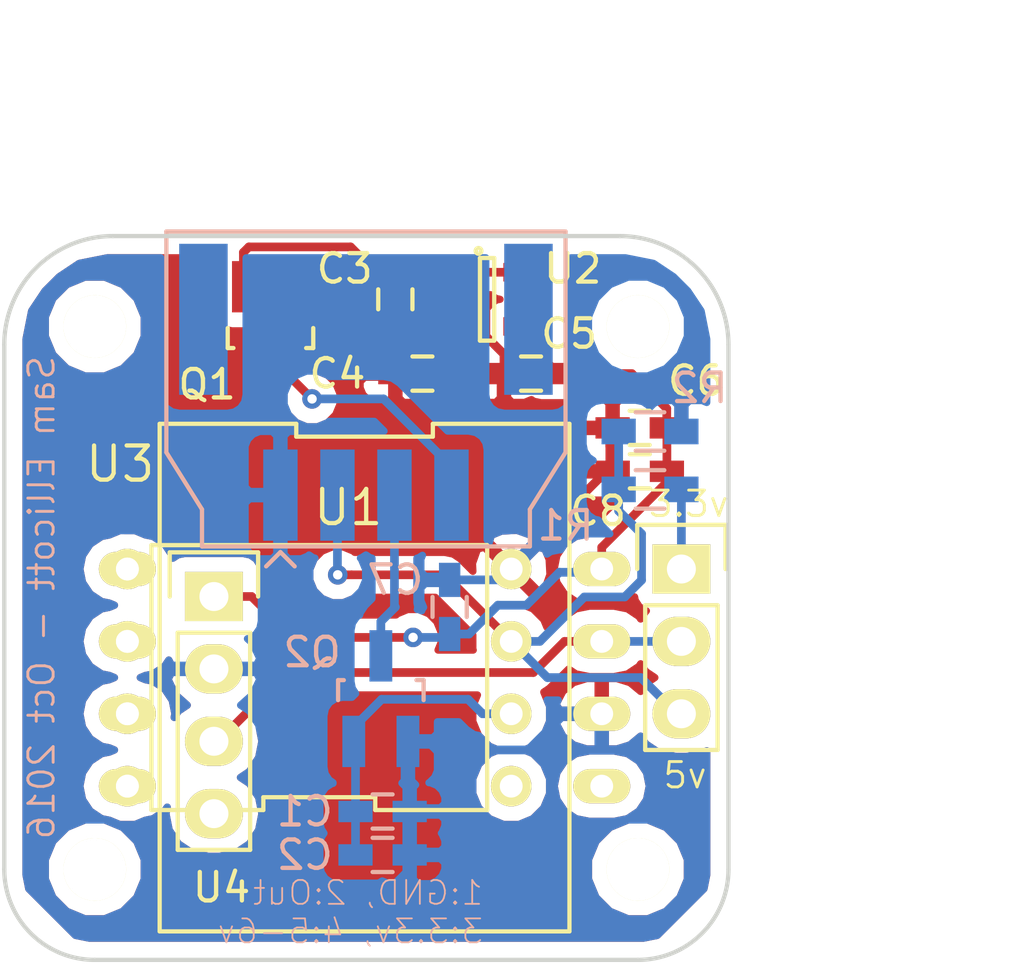
<source format=kicad_pcb>
(kicad_pcb (version 4) (host pcbnew 4.0.2+dfsg1-stable)

  (general
    (links 37)
    (no_connects 0)
    (area 120.574999 68.27 159.435715 102.6286)
    (thickness 1.6)
    (drawings 14)
    (tracks 114)
    (zones 0)
    (modules 22)
    (nets 26)
  )

  (page USLetter)
  (title_block
    (title "Pressure Sensor")
    (date 2016-10-31)
    (rev 3.0)
    (company "Cedarville Supermileage")
  )

  (layers
    (0 F.Cu signal)
    (31 B.Cu signal)
    (32 B.Adhes user)
    (33 F.Adhes user)
    (34 B.Paste user)
    (35 F.Paste user)
    (36 B.SilkS user)
    (37 F.SilkS user)
    (38 B.Mask user)
    (39 F.Mask user)
    (40 Dwgs.User user)
    (41 Cmts.User user)
    (42 Eco1.User user)
    (43 Eco2.User user)
    (44 Edge.Cuts user)
    (45 Margin user)
    (46 B.CrtYd user)
    (47 F.CrtYd user)
    (48 B.Fab user hide)
    (49 F.Fab user hide)
  )

  (setup
    (last_trace_width 0.3048)
    (user_trace_width 0.2286)
    (trace_clearance 0.2286)
    (zone_clearance 0.508)
    (zone_45_only no)
    (trace_min 0.2)
    (segment_width 0.2)
    (edge_width 0.15)
    (via_size 0.6858)
    (via_drill 0.3302)
    (via_min_size 0.4)
    (via_min_drill 0.3)
    (uvia_size 0.3)
    (uvia_drill 0.1)
    (uvias_allowed no)
    (uvia_min_size 0)
    (uvia_min_drill 0)
    (pcb_text_width 0.3)
    (pcb_text_size 1.5 1.5)
    (mod_edge_width 0.15)
    (mod_text_size 1 1)
    (mod_text_width 0.15)
    (pad_size 1.524 1.524)
    (pad_drill 0.762)
    (pad_to_mask_clearance 0.0762)
    (aux_axis_origin 0 0)
    (visible_elements FFFFFF7F)
    (pcbplotparams
      (layerselection 0x01030_80000001)
      (usegerberextensions false)
      (excludeedgelayer true)
      (linewidth 0.090000)
      (plotframeref false)
      (viasonmask false)
      (mode 1)
      (useauxorigin false)
      (hpglpennumber 1)
      (hpglpenspeed 20)
      (hpglpendiameter 15)
      (hpglpenoverlay 2)
      (psnegative false)
      (psa4output false)
      (plotreference true)
      (plotvalue false)
      (plotinvisibletext false)
      (padsonsilk false)
      (subtractmaskfromsilk false)
      (outputformat 1)
      (mirror false)
      (drillshape 0)
      (scaleselection 1)
      (outputdirectory gerber/))
  )

  (net 0 "")
  (net 1 +3V3)
  (net 2 GND)
  (net 3 /Out)
  (net 4 "Net-(P1-Pad4)")
  (net 5 "Net-(U1-Pad1)")
  (net 6 "Net-(U1-Pad5)")
  (net 7 "Net-(U1-Pad6)")
  (net 8 "Net-(U1-Pad7)")
  (net 9 "Net-(U1-Pad8)")
  (net 10 "Net-(W1-Pad1)")
  (net 11 "Net-(W2-Pad1)")
  (net 12 "Net-(W3-Pad1)")
  (net 13 "Net-(W4-Pad1)")
  (net 14 "Net-(P1-Pad3)")
  (net 15 "Net-(C3-Pad1)")
  (net 16 "Net-(C4-Pad1)")
  (net 17 +5V)
  (net 18 "Net-(P2-Pad1)")
  (net 19 "Net-(P2-Pad2)")
  (net 20 "Net-(U3-Pad5)")
  (net 21 "Net-(U3-Pad6)")
  (net 22 "Net-(U3-Pad7)")
  (net 23 "Net-(U3-Pad4)")
  (net 24 "Net-(U3-Pad8)")
  (net 25 "Net-(U4-Pad4)")

  (net_class Default "This is the default net class."
    (clearance 0.2286)
    (trace_width 0.3048)
    (via_dia 0.6858)
    (via_drill 0.3302)
    (uvia_dia 0.3)
    (uvia_drill 0.1)
    (add_net +3V3)
    (add_net +5V)
    (add_net /Out)
    (add_net GND)
    (add_net "Net-(C3-Pad1)")
    (add_net "Net-(C4-Pad1)")
    (add_net "Net-(P1-Pad3)")
    (add_net "Net-(P1-Pad4)")
    (add_net "Net-(P2-Pad1)")
    (add_net "Net-(P2-Pad2)")
    (add_net "Net-(U1-Pad1)")
    (add_net "Net-(U1-Pad5)")
    (add_net "Net-(U1-Pad6)")
    (add_net "Net-(U1-Pad7)")
    (add_net "Net-(U1-Pad8)")
    (add_net "Net-(U3-Pad4)")
    (add_net "Net-(U3-Pad5)")
    (add_net "Net-(U3-Pad6)")
    (add_net "Net-(U3-Pad7)")
    (add_net "Net-(U3-Pad8)")
    (add_net "Net-(U4-Pad4)")
    (add_net "Net-(W1-Pad1)")
    (add_net "Net-(W2-Pad1)")
    (add_net "Net-(W3-Pad1)")
    (add_net "Net-(W4-Pad1)")
  )

  (module Capacitors_SMD:C_0603_HandSoldering (layer B.Cu) (tedit 58024C1C) (tstamp 58024B8A)
    (at 133.919 96.393)
    (descr "Capacitor SMD 0603, hand soldering")
    (tags "capacitor 0603")
    (path /58023C8B)
    (attr smd)
    (fp_text reference C1 (at -2.728 0) (layer B.SilkS)
      (effects (font (size 1 1) (thickness 0.15)) (justify mirror))
    )
    (fp_text value 0.1uf (at 3.998 -2.413) (layer B.Fab) hide
      (effects (font (size 1 1) (thickness 0.15)) (justify mirror))
    )
    (fp_line (start -1.85 0.75) (end 1.85 0.75) (layer B.CrtYd) (width 0.05))
    (fp_line (start -1.85 -0.75) (end 1.85 -0.75) (layer B.CrtYd) (width 0.05))
    (fp_line (start -1.85 0.75) (end -1.85 -0.75) (layer B.CrtYd) (width 0.05))
    (fp_line (start 1.85 0.75) (end 1.85 -0.75) (layer B.CrtYd) (width 0.05))
    (fp_line (start -0.35 0.6) (end 0.35 0.6) (layer B.SilkS) (width 0.15))
    (fp_line (start 0.35 -0.6) (end -0.35 -0.6) (layer B.SilkS) (width 0.15))
    (pad 1 smd rect (at -0.95 0) (size 1.2 0.75) (layers B.Cu B.Paste B.Mask)
      (net 1 +3V3))
    (pad 2 smd rect (at 0.95 0) (size 1.2 0.75) (layers B.Cu B.Paste B.Mask)
      (net 2 GND))
    (model Capacitors_SMD.3dshapes/C_0603_HandSoldering.wrl
      (at (xyz 0 0 0))
      (scale (xyz 1 1 1))
      (rotate (xyz 0 0 0))
    )
  )

  (module Capacitors_SMD:C_0603_HandSoldering (layer B.Cu) (tedit 541A9B4D) (tstamp 58024B90)
    (at 133.919 97.917)
    (descr "Capacitor SMD 0603, hand soldering")
    (tags "capacitor 0603")
    (path /58023D54)
    (attr smd)
    (fp_text reference C2 (at -2.728 0) (layer B.SilkS)
      (effects (font (size 1 1) (thickness 0.15)) (justify mirror))
    )
    (fp_text value 10uf (at 0 -1.9) (layer B.Fab)
      (effects (font (size 1 1) (thickness 0.15)) (justify mirror))
    )
    (fp_line (start -1.85 0.75) (end 1.85 0.75) (layer B.CrtYd) (width 0.05))
    (fp_line (start -1.85 -0.75) (end 1.85 -0.75) (layer B.CrtYd) (width 0.05))
    (fp_line (start -1.85 0.75) (end -1.85 -0.75) (layer B.CrtYd) (width 0.05))
    (fp_line (start 1.85 0.75) (end 1.85 -0.75) (layer B.CrtYd) (width 0.05))
    (fp_line (start -0.35 0.6) (end 0.35 0.6) (layer B.SilkS) (width 0.15))
    (fp_line (start 0.35 -0.6) (end -0.35 -0.6) (layer B.SilkS) (width 0.15))
    (pad 1 smd rect (at -0.95 0) (size 1.2 0.75) (layers B.Cu B.Paste B.Mask)
      (net 1 +3V3))
    (pad 2 smd rect (at 0.95 0) (size 1.2 0.75) (layers B.Cu B.Paste B.Mask)
      (net 2 GND))
    (model Capacitors_SMD.3dshapes/C_0603_HandSoldering.wrl
      (at (xyz 0 0 0))
      (scale (xyz 1 1 1))
      (rotate (xyz 0 0 0))
    )
  )

  (module User_Connectors:Molex-duraClick-4conn (layer B.Cu) (tedit 58026DF6) (tstamp 58024B9A)
    (at 133.335014 85.29066)
    (path /58023B32)
    (fp_text reference P1 (at 0 -2.7502) (layer B.SilkS) hide
      (effects (font (size 1.2 1.2) (thickness 0.15)) (justify mirror))
    )
    (fp_text value CONN_01X04 (at 0 -4.1002) (layer B.Fab)
      (effects (font (size 1.2 1.2) (thickness 0.15)) (justify mirror))
    )
    (fp_line (start -3 2) (end -2.5 2.5) (layer B.SilkS) (width 0.15))
    (fp_line (start -3.5 2.5) (end -3 2) (layer B.SilkS) (width 0.15))
    (fp_line (start -7 -1.5) (end -7 -9.25) (layer B.SilkS) (width 0.15))
    (fp_line (start -5.75 0.5) (end -7 -1.5) (layer B.SilkS) (width 0.15))
    (fp_line (start -5.75 1.8) (end -5.75 0.5) (layer B.SilkS) (width 0.15))
    (fp_line (start 5.75 1.8) (end -5.75 1.8) (layer B.SilkS) (width 0.15))
    (fp_line (start 5.75 0.5) (end 5.75 1.8) (layer B.SilkS) (width 0.15))
    (fp_line (start 7 -1.5) (end 5.75 0.5) (layer B.SilkS) (width 0.15))
    (fp_line (start 7 -9.25) (end 7 -1.5) (layer B.SilkS) (width 0.15))
    (fp_line (start -7 -9.25) (end 7 -9.25) (layer B.SilkS) (width 0.15))
    (pad 1 smd rect (at -2.999994 0) (size 1.2065 3.2004) (layers B.Cu B.Paste B.Mask)
      (net 2 GND))
    (pad 2 smd rect (at -0.999998 0) (size 1.2065 3.2004) (layers B.Cu B.Paste B.Mask)
      (net 3 /Out))
    (pad 3 smd rect (at 0.999998 0) (size 1.2065 3.2004) (layers B.Cu B.Paste B.Mask)
      (net 14 "Net-(P1-Pad3)"))
    (pad 4 smd rect (at 2.999994 0) (size 1.2065 3.2004) (layers B.Cu B.Paste B.Mask)
      (net 4 "Net-(P1-Pad4)"))
    (pad 0 smd rect (at -5.700014 -6.16966) (size 1.700022 5.299964) (layers B.Cu B.Paste B.Mask))
    (pad 0 smd rect (at 5.700014 -6.16966) (size 1.700022 5.299964) (layers B.Cu B.Paste B.Mask))
  )

  (module Mounting_Holes:MountingHole_2.2mm_M2 (layer F.Cu) (tedit 580250E8) (tstamp 58025000)
    (at 123.825 79.375)
    (descr "Mounting Hole 2.2mm, no annular, M2")
    (tags "mounting hole 2.2mm no annular m2")
    (path /58024A76)
    (fp_text reference W1 (at 0 -3.2) (layer F.SilkS) hide
      (effects (font (size 1 1) (thickness 0.15)))
    )
    (fp_text value Mount (at 0 3.2) (layer F.Fab)
      (effects (font (size 1 1) (thickness 0.15)))
    )
    (fp_circle (center 0 0) (end 2.2 0) (layer Cmts.User) (width 0.15))
    (fp_circle (center 0 0) (end 2.45 0) (layer F.CrtYd) (width 0.05))
    (pad 1 np_thru_hole circle (at 0 0) (size 2.2 2.2) (drill 2.2) (layers *.Cu *.Mask F.SilkS)
      (net 10 "Net-(W1-Pad1)"))
  )

  (module Mounting_Holes:MountingHole_2.2mm_M2 (layer F.Cu) (tedit 580250EB) (tstamp 58025004)
    (at 142.875 79.375)
    (descr "Mounting Hole 2.2mm, no annular, M2")
    (tags "mounting hole 2.2mm no annular m2")
    (path /58024AFF)
    (fp_text reference W2 (at 0 -3.2) (layer F.SilkS) hide
      (effects (font (size 1 1) (thickness 0.15)))
    )
    (fp_text value Mount (at 0 3.2) (layer F.Fab)
      (effects (font (size 1 1) (thickness 0.15)))
    )
    (fp_circle (center 0 0) (end 2.2 0) (layer Cmts.User) (width 0.15))
    (fp_circle (center 0 0) (end 2.45 0) (layer F.CrtYd) (width 0.05))
    (pad 1 np_thru_hole circle (at 0 0) (size 2.2 2.2) (drill 2.2) (layers *.Cu *.Mask F.SilkS)
      (net 11 "Net-(W2-Pad1)"))
  )

  (module Mounting_Holes:MountingHole_2.2mm_M2 (layer F.Cu) (tedit 580251AD) (tstamp 5802513E)
    (at 123.825 98.425)
    (descr "Mounting Hole 2.2mm, no annular, M2")
    (tags "mounting hole 2.2mm no annular m2")
    (path /58025194)
    (fp_text reference W3 (at 0 -3.2) (layer F.SilkS) hide
      (effects (font (size 1 1) (thickness 0.15)))
    )
    (fp_text value Mount (at 0 3.2) (layer F.Fab)
      (effects (font (size 1 1) (thickness 0.15)))
    )
    (fp_circle (center 0 0) (end 2.2 0) (layer Cmts.User) (width 0.15))
    (fp_circle (center 0 0) (end 2.45 0) (layer F.CrtYd) (width 0.05))
    (pad 1 np_thru_hole circle (at 0 0) (size 2.2 2.2) (drill 2.2) (layers *.Cu *.Mask F.SilkS)
      (net 12 "Net-(W3-Pad1)"))
  )

  (module Mounting_Holes:MountingHole_2.2mm_M2 (layer F.Cu) (tedit 580251AA) (tstamp 58025143)
    (at 142.875 98.425)
    (descr "Mounting Hole 2.2mm, no annular, M2")
    (tags "mounting hole 2.2mm no annular m2")
    (path /5802519A)
    (fp_text reference W4 (at 0 -3.2) (layer F.SilkS) hide
      (effects (font (size 1 1) (thickness 0.15)))
    )
    (fp_text value Mount (at 0 3.2) (layer F.Fab)
      (effects (font (size 1 1) (thickness 0.15)))
    )
    (fp_circle (center 0 0) (end 2.2 0) (layer Cmts.User) (width 0.15))
    (fp_circle (center 0 0) (end 2.45 0) (layer F.CrtYd) (width 0.05))
    (pad 1 np_thru_hole circle (at 0 0) (size 2.2 2.2) (drill 2.2) (layers *.Cu *.Mask F.SilkS)
      (net 13 "Net-(W4-Pad1)"))
  )

  (module Capacitors_SMD:C_0603_HandSoldering (layer F.Cu) (tedit 541A9B4D) (tstamp 580B74BC)
    (at 134.366 78.42 270)
    (descr "Capacitor SMD 0603, hand soldering")
    (tags "capacitor 0603")
    (path /58097CDE)
    (attr smd)
    (fp_text reference C3 (at -1.077 1.778 360) (layer F.SilkS)
      (effects (font (size 1 1) (thickness 0.15)))
    )
    (fp_text value 0.1uf (at 0 1.9 270) (layer F.Fab)
      (effects (font (size 1 1) (thickness 0.15)))
    )
    (fp_line (start -1.85 -0.75) (end 1.85 -0.75) (layer F.CrtYd) (width 0.05))
    (fp_line (start -1.85 0.75) (end 1.85 0.75) (layer F.CrtYd) (width 0.05))
    (fp_line (start -1.85 -0.75) (end -1.85 0.75) (layer F.CrtYd) (width 0.05))
    (fp_line (start 1.85 -0.75) (end 1.85 0.75) (layer F.CrtYd) (width 0.05))
    (fp_line (start -0.35 -0.6) (end 0.35 -0.6) (layer F.SilkS) (width 0.15))
    (fp_line (start 0.35 0.6) (end -0.35 0.6) (layer F.SilkS) (width 0.15))
    (pad 1 smd rect (at -0.95 0 270) (size 1.2 0.75) (layers F.Cu F.Paste F.Mask)
      (net 15 "Net-(C3-Pad1)"))
    (pad 2 smd rect (at 0.95 0 270) (size 1.2 0.75) (layers F.Cu F.Paste F.Mask)
      (net 2 GND))
    (model Capacitors_SMD.3dshapes/C_0603_HandSoldering.wrl
      (at (xyz 0 0 0))
      (scale (xyz 1 1 1))
      (rotate (xyz 0 0 0))
    )
  )

  (module Capacitors_SMD:C_0603_HandSoldering (layer F.Cu) (tedit 541A9B4D) (tstamp 580B74C2)
    (at 135.316 81.026 180)
    (descr "Capacitor SMD 0603, hand soldering")
    (tags "capacitor 0603")
    (path /58097D96)
    (attr smd)
    (fp_text reference C4 (at 2.982 0 180) (layer F.SilkS)
      (effects (font (size 1 1) (thickness 0.15)))
    )
    (fp_text value 0.1uf (at 0 1.9 180) (layer F.Fab)
      (effects (font (size 1 1) (thickness 0.15)))
    )
    (fp_line (start -1.85 -0.75) (end 1.85 -0.75) (layer F.CrtYd) (width 0.05))
    (fp_line (start -1.85 0.75) (end 1.85 0.75) (layer F.CrtYd) (width 0.05))
    (fp_line (start -1.85 -0.75) (end -1.85 0.75) (layer F.CrtYd) (width 0.05))
    (fp_line (start 1.85 -0.75) (end 1.85 0.75) (layer F.CrtYd) (width 0.05))
    (fp_line (start -0.35 -0.6) (end 0.35 -0.6) (layer F.SilkS) (width 0.15))
    (fp_line (start 0.35 0.6) (end -0.35 0.6) (layer F.SilkS) (width 0.15))
    (pad 1 smd rect (at -0.95 0 180) (size 1.2 0.75) (layers F.Cu F.Paste F.Mask)
      (net 16 "Net-(C4-Pad1)"))
    (pad 2 smd rect (at 0.95 0 180) (size 1.2 0.75) (layers F.Cu F.Paste F.Mask)
      (net 2 GND))
    (model Capacitors_SMD.3dshapes/C_0603_HandSoldering.wrl
      (at (xyz 0 0 0))
      (scale (xyz 1 1 1))
      (rotate (xyz 0 0 0))
    )
  )

  (module Capacitors_SMD:C_0603_HandSoldering (layer F.Cu) (tedit 541A9B4D) (tstamp 580B74C8)
    (at 139.126 81.026 180)
    (descr "Capacitor SMD 0603, hand soldering")
    (tags "capacitor 0603")
    (path /58097FA6)
    (attr smd)
    (fp_text reference C5 (at -1.336 1.397 180) (layer F.SilkS)
      (effects (font (size 1 1) (thickness 0.15)))
    )
    (fp_text value 0.1uf (at 0 1.9 180) (layer F.Fab)
      (effects (font (size 1 1) (thickness 0.15)))
    )
    (fp_line (start -1.85 -0.75) (end 1.85 -0.75) (layer F.CrtYd) (width 0.05))
    (fp_line (start -1.85 0.75) (end 1.85 0.75) (layer F.CrtYd) (width 0.05))
    (fp_line (start -1.85 -0.75) (end -1.85 0.75) (layer F.CrtYd) (width 0.05))
    (fp_line (start 1.85 -0.75) (end 1.85 0.75) (layer F.CrtYd) (width 0.05))
    (fp_line (start -0.35 -0.6) (end 0.35 -0.6) (layer F.SilkS) (width 0.15))
    (fp_line (start 0.35 0.6) (end -0.35 0.6) (layer F.SilkS) (width 0.15))
    (pad 1 smd rect (at -0.95 0 180) (size 1.2 0.75) (layers F.Cu F.Paste F.Mask)
      (net 17 +5V))
    (pad 2 smd rect (at 0.95 0 180) (size 1.2 0.75) (layers F.Cu F.Paste F.Mask)
      (net 2 GND))
    (model Capacitors_SMD.3dshapes/C_0603_HandSoldering.wrl
      (at (xyz 0 0 0))
      (scale (xyz 1 1 1))
      (rotate (xyz 0 0 0))
    )
  )

  (module Capacitors_SMD:C_0603_HandSoldering (layer F.Cu) (tedit 541A9B4D) (tstamp 580B74CE)
    (at 142.936 82.931 180)
    (descr "Capacitor SMD 0603, hand soldering")
    (tags "capacitor 0603")
    (path /58097EE3)
    (attr smd)
    (fp_text reference C6 (at -1.971 1.651 180) (layer F.SilkS)
      (effects (font (size 1 1) (thickness 0.15)))
    )
    (fp_text value 10uf (at 0 1.9 180) (layer F.Fab)
      (effects (font (size 1 1) (thickness 0.15)))
    )
    (fp_line (start -1.85 -0.75) (end 1.85 -0.75) (layer F.CrtYd) (width 0.05))
    (fp_line (start -1.85 0.75) (end 1.85 0.75) (layer F.CrtYd) (width 0.05))
    (fp_line (start -1.85 -0.75) (end -1.85 0.75) (layer F.CrtYd) (width 0.05))
    (fp_line (start 1.85 -0.75) (end 1.85 0.75) (layer F.CrtYd) (width 0.05))
    (fp_line (start -0.35 -0.6) (end 0.35 -0.6) (layer F.SilkS) (width 0.15))
    (fp_line (start 0.35 0.6) (end -0.35 0.6) (layer F.SilkS) (width 0.15))
    (pad 1 smd rect (at -0.95 0 180) (size 1.2 0.75) (layers F.Cu F.Paste F.Mask)
      (net 17 +5V))
    (pad 2 smd rect (at 0.95 0 180) (size 1.2 0.75) (layers F.Cu F.Paste F.Mask)
      (net 2 GND))
    (model Capacitors_SMD.3dshapes/C_0603_HandSoldering.wrl
      (at (xyz 0 0 0))
      (scale (xyz 1 1 1))
      (rotate (xyz 0 0 0))
    )
  )

  (module Capacitors_SMD:C_0603_HandSoldering (layer B.Cu) (tedit 541A9B4D) (tstamp 580B74D4)
    (at 136.271 89.215 90)
    (descr "Capacitor SMD 0603, hand soldering")
    (tags "capacitor 0603")
    (path /5809B8CB)
    (attr smd)
    (fp_text reference C7 (at 0.95 -1.905 180) (layer B.SilkS)
      (effects (font (size 1 1) (thickness 0.15)) (justify mirror))
    )
    (fp_text value 0.1uf (at 0 -1.9 90) (layer B.Fab)
      (effects (font (size 1 1) (thickness 0.15)) (justify mirror))
    )
    (fp_line (start -1.85 0.75) (end 1.85 0.75) (layer B.CrtYd) (width 0.05))
    (fp_line (start -1.85 -0.75) (end 1.85 -0.75) (layer B.CrtYd) (width 0.05))
    (fp_line (start -1.85 0.75) (end -1.85 -0.75) (layer B.CrtYd) (width 0.05))
    (fp_line (start 1.85 0.75) (end 1.85 -0.75) (layer B.CrtYd) (width 0.05))
    (fp_line (start -0.35 0.6) (end 0.35 0.6) (layer B.SilkS) (width 0.15))
    (fp_line (start 0.35 -0.6) (end -0.35 -0.6) (layer B.SilkS) (width 0.15))
    (pad 1 smd rect (at -0.95 0 90) (size 1.2 0.75) (layers B.Cu B.Paste B.Mask)
      (net 17 +5V))
    (pad 2 smd rect (at 0.95 0 90) (size 1.2 0.75) (layers B.Cu B.Paste B.Mask)
      (net 2 GND))
    (model Capacitors_SMD.3dshapes/C_0603_HandSoldering.wrl
      (at (xyz 0 0 0))
      (scale (xyz 1 1 1))
      (rotate (xyz 0 0 0))
    )
  )

  (module Capacitors_SMD:C_0603_HandSoldering (layer F.Cu) (tedit 541A9B4D) (tstamp 580B74DA)
    (at 142.941 84.455 180)
    (descr "Capacitor SMD 0603, hand soldering")
    (tags "capacitor 0603")
    (path /5809B9BC)
    (attr smd)
    (fp_text reference C8 (at 1.463 -1.397 180) (layer F.SilkS)
      (effects (font (size 1 1) (thickness 0.15)))
    )
    (fp_text value 10uf (at 0 1.9 180) (layer F.Fab)
      (effects (font (size 1 1) (thickness 0.15)))
    )
    (fp_line (start -1.85 -0.75) (end 1.85 -0.75) (layer F.CrtYd) (width 0.05))
    (fp_line (start -1.85 0.75) (end 1.85 0.75) (layer F.CrtYd) (width 0.05))
    (fp_line (start -1.85 -0.75) (end -1.85 0.75) (layer F.CrtYd) (width 0.05))
    (fp_line (start 1.85 -0.75) (end 1.85 0.75) (layer F.CrtYd) (width 0.05))
    (fp_line (start -0.35 -0.6) (end 0.35 -0.6) (layer F.SilkS) (width 0.15))
    (fp_line (start 0.35 0.6) (end -0.35 0.6) (layer F.SilkS) (width 0.15))
    (pad 1 smd rect (at -0.95 0 180) (size 1.2 0.75) (layers F.Cu F.Paste F.Mask)
      (net 17 +5V))
    (pad 2 smd rect (at 0.95 0 180) (size 1.2 0.75) (layers F.Cu F.Paste F.Mask)
      (net 2 GND))
    (model Capacitors_SMD.3dshapes/C_0603_HandSoldering.wrl
      (at (xyz 0 0 0))
      (scale (xyz 1 1 1))
      (rotate (xyz 0 0 0))
    )
  )

  (module TO_SOT_Packages_SMD:SOT-23_Handsoldering (layer F.Cu) (tedit 54E9291B) (tstamp 580B74E2)
    (at 129.987 79.47914 180)
    (descr "SOT-23, Handsoldering")
    (tags SOT-23)
    (path /5809CD26)
    (attr smd)
    (fp_text reference Q1 (at 2.225 -1.92786 180) (layer F.SilkS)
      (effects (font (size 1 1) (thickness 0.15)))
    )
    (fp_text value Q_PMOS_GSD (at 0 3.81 180) (layer F.Fab)
      (effects (font (size 1 1) (thickness 0.15)))
    )
    (fp_line (start -1.49982 0.0508) (end -1.49982 -0.65024) (layer F.SilkS) (width 0.15))
    (fp_line (start -1.49982 -0.65024) (end -1.2509 -0.65024) (layer F.SilkS) (width 0.15))
    (fp_line (start 1.29916 -0.65024) (end 1.49982 -0.65024) (layer F.SilkS) (width 0.15))
    (fp_line (start 1.49982 -0.65024) (end 1.49982 0.0508) (layer F.SilkS) (width 0.15))
    (pad 1 smd rect (at -0.95 1.50114 180) (size 0.8001 1.80086) (layers F.Cu F.Paste F.Mask)
      (net 2 GND))
    (pad 2 smd rect (at 0.95 1.50114 180) (size 0.8001 1.80086) (layers F.Cu F.Paste F.Mask)
      (net 15 "Net-(C3-Pad1)"))
    (pad 3 smd rect (at 0 -1.50114 180) (size 0.8001 1.80086) (layers F.Cu F.Paste F.Mask)
      (net 4 "Net-(P1-Pad4)"))
    (model TO_SOT_Packages_SMD.3dshapes/SOT-23_Handsoldering.wrl
      (at (xyz 0 0 0))
      (scale (xyz 1 1 1))
      (rotate (xyz 0 0 0))
    )
  )

  (module TO_SOT_Packages_SMD:SOT-23_Handsoldering (layer B.Cu) (tedit 54E9291B) (tstamp 580B74EE)
    (at 133.858 92.43314 180)
    (descr "SOT-23, Handsoldering")
    (tags SOT-23)
    (path /5809D17E)
    (attr smd)
    (fp_text reference Q2 (at 2.413 1.62814 180) (layer B.SilkS)
      (effects (font (size 1 1) (thickness 0.15)) (justify mirror))
    )
    (fp_text value Q_PMOS_GSD (at 0 -3.81 180) (layer B.Fab)
      (effects (font (size 1 1) (thickness 0.15)) (justify mirror))
    )
    (fp_line (start -1.49982 -0.0508) (end -1.49982 0.65024) (layer B.SilkS) (width 0.15))
    (fp_line (start -1.49982 0.65024) (end -1.2509 0.65024) (layer B.SilkS) (width 0.15))
    (fp_line (start 1.29916 0.65024) (end 1.49982 0.65024) (layer B.SilkS) (width 0.15))
    (fp_line (start 1.49982 0.65024) (end 1.49982 -0.0508) (layer B.SilkS) (width 0.15))
    (pad 1 smd rect (at -0.95 -1.50114 180) (size 0.8001 1.80086) (layers B.Cu B.Paste B.Mask)
      (net 2 GND))
    (pad 2 smd rect (at 0.95 -1.50114 180) (size 0.8001 1.80086) (layers B.Cu B.Paste B.Mask)
      (net 1 +3V3))
    (pad 3 smd rect (at 0 1.50114 180) (size 0.8001 1.80086) (layers B.Cu B.Paste B.Mask)
      (net 14 "Net-(P1-Pad3)"))
    (model TO_SOT_Packages_SMD.3dshapes/SOT-23_Handsoldering.wrl
      (at (xyz 0 0 0))
      (scale (xyz 1 1 1))
      (rotate (xyz 0 0 0))
    )
  )

  (module Resistors_SMD:R_0603_HandSoldering (layer B.Cu) (tedit 5418A00F) (tstamp 580B74F4)
    (at 143.299 85.09)
    (descr "Resistor SMD 0603, hand soldering")
    (tags "resistor 0603")
    (path /5809A0C0)
    (attr smd)
    (fp_text reference R1 (at -2.964 1.27) (layer B.SilkS)
      (effects (font (size 1 1) (thickness 0.15)) (justify mirror))
    )
    (fp_text value 1k8 (at 0 -1.9) (layer B.Fab)
      (effects (font (size 1 1) (thickness 0.15)) (justify mirror))
    )
    (fp_line (start -2 0.8) (end 2 0.8) (layer B.CrtYd) (width 0.05))
    (fp_line (start -2 -0.8) (end 2 -0.8) (layer B.CrtYd) (width 0.05))
    (fp_line (start -2 0.8) (end -2 -0.8) (layer B.CrtYd) (width 0.05))
    (fp_line (start 2 0.8) (end 2 -0.8) (layer B.CrtYd) (width 0.05))
    (fp_line (start 0.5 -0.675) (end -0.5 -0.675) (layer B.SilkS) (width 0.15))
    (fp_line (start -0.5 0.675) (end 0.5 0.675) (layer B.SilkS) (width 0.15))
    (pad 1 smd rect (at -1.1 0) (size 1.2 0.9) (layers B.Cu B.Paste B.Mask)
      (net 3 /Out))
    (pad 2 smd rect (at 1.1 0) (size 1.2 0.9) (layers B.Cu B.Paste B.Mask)
      (net 18 "Net-(P2-Pad1)"))
    (model Resistors_SMD.3dshapes/R_0603_HandSoldering.wrl
      (at (xyz 0 0 0))
      (scale (xyz 1 1 1))
      (rotate (xyz 0 0 0))
    )
  )

  (module Resistors_SMD:R_0603_HandSoldering (layer B.Cu) (tedit 5418A00F) (tstamp 580B74FA)
    (at 143.299 83.058 180)
    (descr "Resistor SMD 0603, hand soldering")
    (tags "resistor 0603")
    (path /5809A167)
    (attr smd)
    (fp_text reference R2 (at -1.735 1.524 180) (layer B.SilkS)
      (effects (font (size 1 1) (thickness 0.15)) (justify mirror))
    )
    (fp_text value 8k2 (at 0 -1.9 180) (layer B.Fab)
      (effects (font (size 1 1) (thickness 0.15)) (justify mirror))
    )
    (fp_line (start -2 0.8) (end 2 0.8) (layer B.CrtYd) (width 0.05))
    (fp_line (start -2 -0.8) (end 2 -0.8) (layer B.CrtYd) (width 0.05))
    (fp_line (start -2 0.8) (end -2 -0.8) (layer B.CrtYd) (width 0.05))
    (fp_line (start 2 0.8) (end 2 -0.8) (layer B.CrtYd) (width 0.05))
    (fp_line (start 0.5 -0.675) (end -0.5 -0.675) (layer B.SilkS) (width 0.15))
    (fp_line (start -0.5 0.675) (end 0.5 0.675) (layer B.SilkS) (width 0.15))
    (pad 1 smd rect (at -1.1 0 180) (size 1.2 0.9) (layers B.Cu B.Paste B.Mask)
      (net 2 GND))
    (pad 2 smd rect (at 1.1 0 180) (size 1.2 0.9) (layers B.Cu B.Paste B.Mask)
      (net 3 /Out))
    (model Resistors_SMD.3dshapes/R_0603_HandSoldering.wrl
      (at (xyz 0 0 0))
      (scale (xyz 1 1 1))
      (rotate (xyz 0 0 0))
    )
  )

  (module TO_SOT_Packages_SMD:SOT-23-5 (layer F.Cu) (tedit 55360473) (tstamp 580B7503)
    (at 137.584 78.42)
    (descr "5-pin SOT23 package")
    (tags SOT-23-5)
    (path /58097971)
    (attr smd)
    (fp_text reference U2 (at 3.005 -1.077) (layer F.SilkS)
      (effects (font (size 1 1) (thickness 0.15)))
    )
    (fp_text value NJM2870F0 (at -0.05 2.35) (layer F.Fab)
      (effects (font (size 1 1) (thickness 0.15)))
    )
    (fp_line (start -1.8 -1.6) (end 1.8 -1.6) (layer F.CrtYd) (width 0.05))
    (fp_line (start 1.8 -1.6) (end 1.8 1.6) (layer F.CrtYd) (width 0.05))
    (fp_line (start 1.8 1.6) (end -1.8 1.6) (layer F.CrtYd) (width 0.05))
    (fp_line (start -1.8 1.6) (end -1.8 -1.6) (layer F.CrtYd) (width 0.05))
    (fp_circle (center -0.3 -1.7) (end -0.2 -1.7) (layer F.SilkS) (width 0.15))
    (fp_line (start 0.25 -1.45) (end -0.25 -1.45) (layer F.SilkS) (width 0.15))
    (fp_line (start 0.25 1.45) (end 0.25 -1.45) (layer F.SilkS) (width 0.15))
    (fp_line (start -0.25 1.45) (end 0.25 1.45) (layer F.SilkS) (width 0.15))
    (fp_line (start -0.25 -1.45) (end -0.25 1.45) (layer F.SilkS) (width 0.15))
    (pad 1 smd rect (at -1.1 -0.95) (size 1.06 0.65) (layers F.Cu F.Paste F.Mask)
      (net 15 "Net-(C3-Pad1)"))
    (pad 2 smd rect (at -1.1 0) (size 1.06 0.65) (layers F.Cu F.Paste F.Mask)
      (net 2 GND))
    (pad 3 smd rect (at -1.1 0.95) (size 1.06 0.65) (layers F.Cu F.Paste F.Mask)
      (net 16 "Net-(C4-Pad1)"))
    (pad 4 smd rect (at 1.1 0.95) (size 1.06 0.65) (layers F.Cu F.Paste F.Mask)
      (net 17 +5V))
    (pad 5 smd rect (at 1.1 -0.95) (size 1.06 0.65) (layers F.Cu F.Paste F.Mask)
      (net 15 "Net-(C3-Pad1)"))
    (model TO_SOT_Packages_SMD.3dshapes/SOT-23-5.wrl
      (at (xyz 0 0 0))
      (scale (xyz 1 1 1))
      (rotate (xyz 0 0 0))
    )
  )

  (module supermileage:ASDX100A24R (layer F.Cu) (tedit 580B7317) (tstamp 580B7517)
    (at 133.2865 91.694 270)
    (path /5809EFE3)
    (fp_text reference U3 (at -7.493 8.5725 360) (layer F.SilkS)
      (effects (font (size 1.2 1.2) (thickness 0.15)))
    )
    (fp_text value ASDX100A24R (at 7.8 -0.2 360) (layer F.Fab)
      (effects (font (size 1.2 1.2) (thickness 0.15)))
    )
    (fp_line (start -8.9058 7.186419) (end 8.9058 7.18642) (layer F.SilkS) (width 0.15))
    (fp_line (start 8.9058 7.18642) (end 8.9058 -7.186419) (layer F.SilkS) (width 0.15))
    (fp_line (start 8.9058 -7.186419) (end -8.9058 -7.18642) (layer F.SilkS) (width 0.15))
    (fp_line (start -8.9058 -7.18642) (end -8.9058 -2.395473) (layer F.SilkS) (width 0.15))
    (fp_line (start -8.9058 -2.395473) (end -8.4558 -2.395473) (layer F.SilkS) (width 0.15))
    (fp_line (start -8.4558 -2.395473) (end -8.4558 2.395473) (layer F.SilkS) (width 0.15))
    (fp_line (start -8.4558 2.395473) (end -8.9058 2.395473) (layer F.SilkS) (width 0.15))
    (fp_line (start -8.9058 2.395473) (end -8.9058 7.186419) (layer F.SilkS) (width 0.15))
    (pad 1 thru_hole oval (at -3.81 -8.3185 270) (size 1.2 2) (drill 0.8) (layers *.Cu *.Mask F.SilkS)
      (net 17 +5V))
    (pad 5 thru_hole oval (at -3.81 8.3185 270) (size 1.2 2) (drill 0.8) (layers *.Cu *.Mask F.SilkS)
      (net 20 "Net-(U3-Pad5)"))
    (pad 2 thru_hole oval (at -1.27 -8.3185 270) (size 1.2 2) (drill 0.8) (layers *.Cu *.Mask F.SilkS)
      (net 19 "Net-(P2-Pad2)"))
    (pad 6 thru_hole oval (at -1.27 8.3185 270) (size 1.2 2) (drill 0.8) (layers *.Cu *.Mask F.SilkS)
      (net 21 "Net-(U3-Pad6)"))
    (pad 3 thru_hole oval (at 1.27 -8.3185 270) (size 1.2 2) (drill 0.8) (layers *.Cu *.Mask F.SilkS)
      (net 2 GND))
    (pad 7 thru_hole oval (at 1.27 8.3185 270) (size 1.2 2) (drill 0.8) (layers *.Cu *.Mask F.SilkS)
      (net 22 "Net-(U3-Pad7)"))
    (pad 4 thru_hole oval (at 3.81 -8.3185 270) (size 1.2 2) (drill 0.8) (layers *.Cu *.Mask F.SilkS)
      (net 23 "Net-(U3-Pad4)"))
    (pad 8 thru_hole oval (at 3.81 8.3185 270) (size 1.2 2) (drill 0.8) (layers *.Cu *.Mask F.SilkS)
      (net 24 "Net-(U3-Pad8)"))
  )

  (module Pin_Headers:Pin_Header_Straight_1x03 (layer F.Cu) (tedit 580BA2A8) (tstamp 580B760D)
    (at 144.399 87.884)
    (descr "Through hole pin header")
    (tags "pin header")
    (path /580991AA)
    (fp_text reference P2 (at 0 7.493) (layer F.SilkS) hide
      (effects (font (size 1 1) (thickness 0.15)))
    )
    (fp_text value CONN_01X03 (at 0 -3.1) (layer F.Fab)
      (effects (font (size 1 1) (thickness 0.15)))
    )
    (fp_line (start -1.75 -1.75) (end -1.75 6.85) (layer F.CrtYd) (width 0.05))
    (fp_line (start 1.75 -1.75) (end 1.75 6.85) (layer F.CrtYd) (width 0.05))
    (fp_line (start -1.75 -1.75) (end 1.75 -1.75) (layer F.CrtYd) (width 0.05))
    (fp_line (start -1.75 6.85) (end 1.75 6.85) (layer F.CrtYd) (width 0.05))
    (fp_line (start -1.27 1.27) (end -1.27 6.35) (layer F.SilkS) (width 0.15))
    (fp_line (start -1.27 6.35) (end 1.27 6.35) (layer F.SilkS) (width 0.15))
    (fp_line (start 1.27 6.35) (end 1.27 1.27) (layer F.SilkS) (width 0.15))
    (fp_line (start 1.55 -1.55) (end 1.55 0) (layer F.SilkS) (width 0.15))
    (fp_line (start 1.27 1.27) (end -1.27 1.27) (layer F.SilkS) (width 0.15))
    (fp_line (start -1.55 0) (end -1.55 -1.55) (layer F.SilkS) (width 0.15))
    (fp_line (start -1.55 -1.55) (end 1.55 -1.55) (layer F.SilkS) (width 0.15))
    (pad 1 thru_hole rect (at 0 0) (size 2.032 1.7272) (drill 1.016) (layers *.Cu *.Mask F.SilkS)
      (net 18 "Net-(P2-Pad1)"))
    (pad 2 thru_hole oval (at 0 2.54) (size 2.032 1.7272) (drill 1.016) (layers *.Cu *.Mask F.SilkS)
      (net 19 "Net-(P2-Pad2)"))
    (pad 3 thru_hole oval (at 0 5.08) (size 2.032 1.7272) (drill 1.016) (layers *.Cu *.Mask F.SilkS)
      (net 3 /Out))
    (model Pin_Headers.3dshapes/Pin_Header_Straight_1x03.wrl
      (at (xyz 0 -0.1 0))
      (scale (xyz 1 1 1))
      (rotate (xyz 0 0 90))
    )
  )

  (module supermileage:DIP-8 (layer F.Cu) (tedit 580B8FA9) (tstamp 580B9324)
    (at 131.699 91.694 90)
    (path /58023AC1)
    (fp_text reference U1 (at 5.969 1.016 180) (layer F.SilkS)
      (effects (font (size 1.2 1.2) (thickness 0.15)))
    )
    (fp_text value HSCDRR004MD (at 3.556 0 180) (layer F.Fab)
      (effects (font (size 1.2 1.2) (thickness 0.15)))
    )
    (fp_line (start -4.6482 5.88772) (end 4.6482 5.88772) (layer F.SilkS) (width 0.15))
    (fp_line (start 4.6482 5.88772) (end 4.6482 -5.88772) (layer F.SilkS) (width 0.15))
    (fp_line (start 4.6482 -5.88772) (end -4.6482 -5.88772) (layer F.SilkS) (width 0.15))
    (fp_line (start -4.6482 -5.88772) (end -4.6482 -1.962573) (layer F.SilkS) (width 0.15))
    (fp_line (start -4.6482 -1.962573) (end -4.1982 -1.962573) (layer F.SilkS) (width 0.15))
    (fp_line (start -4.1982 -1.962573) (end -4.1982 1.962573) (layer F.SilkS) (width 0.15))
    (fp_line (start -4.1982 1.962573) (end -4.6482 1.962573) (layer F.SilkS) (width 0.15))
    (fp_line (start -4.6482 1.962573) (end -4.6482 5.88772) (layer F.SilkS) (width 0.15))
    (pad 8 thru_hole circle (at -3.81 -6.731 90) (size 1.4224 1.4224) (drill 0.8) (layers *.Cu *.Mask F.SilkS)
      (net 9 "Net-(U1-Pad8)"))
    (pad 1 thru_hole circle (at -3.81 6.731 90) (size 1.4224 1.4224) (drill 0.8) (layers *.Cu *.Mask F.SilkS)
      (net 5 "Net-(U1-Pad1)"))
    (pad 7 thru_hole circle (at -1.27 -6.731 90) (size 1.4224 1.4224) (drill 0.8) (layers *.Cu *.Mask F.SilkS)
      (net 8 "Net-(U1-Pad7)"))
    (pad 2 thru_hole circle (at -1.27 6.731 90) (size 1.4224 1.4224) (drill 0.8) (layers *.Cu *.Mask F.SilkS)
      (net 1 +3V3))
    (pad 6 thru_hole circle (at 1.27 -6.731 90) (size 1.4224 1.4224) (drill 0.8) (layers *.Cu *.Mask F.SilkS)
      (net 7 "Net-(U1-Pad6)"))
    (pad 3 thru_hole circle (at 1.27 6.731 90) (size 1.4224 1.4224) (drill 0.8) (layers *.Cu *.Mask F.SilkS)
      (net 3 /Out))
    (pad 5 thru_hole circle (at 3.81 -6.731 90) (size 1.4224 1.4224) (drill 0.8) (layers *.Cu *.Mask F.SilkS)
      (net 6 "Net-(U1-Pad5)"))
    (pad 4 thru_hole circle (at 3.81 6.731 90) (size 1.4224 1.4224) (drill 0.8) (layers *.Cu *.Mask F.SilkS)
      (net 2 GND))
  )

  (module Socket_Strips:Socket_Strip_Straight_1x04 (layer F.Cu) (tedit 0) (tstamp 5814E1A8)
    (at 128.0033 88.8492 270)
    (descr "Through hole socket strip")
    (tags "socket strip")
    (path /5814C22B)
    (fp_text reference U4 (at 10.2108 -0.2667 360) (layer F.SilkS)
      (effects (font (size 1 1) (thickness 0.15)))
    )
    (fp_text value G4V-MINI (at 0 -3.1 270) (layer F.Fab)
      (effects (font (size 1 1) (thickness 0.15)))
    )
    (fp_line (start -1.75 -1.75) (end -1.75 1.75) (layer F.CrtYd) (width 0.05))
    (fp_line (start 9.4 -1.75) (end 9.4 1.75) (layer F.CrtYd) (width 0.05))
    (fp_line (start -1.75 -1.75) (end 9.4 -1.75) (layer F.CrtYd) (width 0.05))
    (fp_line (start -1.75 1.75) (end 9.4 1.75) (layer F.CrtYd) (width 0.05))
    (fp_line (start 1.27 -1.27) (end 8.89 -1.27) (layer F.SilkS) (width 0.15))
    (fp_line (start 1.27 1.27) (end 8.89 1.27) (layer F.SilkS) (width 0.15))
    (fp_line (start -1.55 1.55) (end 0 1.55) (layer F.SilkS) (width 0.15))
    (fp_line (start 8.89 -1.27) (end 8.89 1.27) (layer F.SilkS) (width 0.15))
    (fp_line (start 1.27 1.27) (end 1.27 -1.27) (layer F.SilkS) (width 0.15))
    (fp_line (start 0 -1.55) (end -1.55 -1.55) (layer F.SilkS) (width 0.15))
    (fp_line (start -1.55 -1.55) (end -1.55 1.55) (layer F.SilkS) (width 0.15))
    (pad 1 thru_hole rect (at 0 0 270) (size 1.7272 2.032) (drill 1.016) (layers *.Cu *.Mask F.SilkS)
      (net 17 +5V))
    (pad 2 thru_hole oval (at 2.54 0 270) (size 1.7272 2.032) (drill 1.016) (layers *.Cu *.Mask F.SilkS)
      (net 2 GND))
    (pad 3 thru_hole oval (at 5.08 0 270) (size 1.7272 2.032) (drill 1.016) (layers *.Cu *.Mask F.SilkS)
      (net 19 "Net-(P2-Pad2)"))
    (pad 4 thru_hole oval (at 7.62 0 270) (size 1.7272 2.032) (drill 1.016) (layers *.Cu *.Mask F.SilkS)
      (net 25 "Net-(U4-Pad4)"))
    (model Socket_Strips.3dshapes/Socket_Strip_Straight_1x04.wrl
      (at (xyz 0.15 0 0))
      (scale (xyz 1 1 1))
      (rotate (xyz 0 0 180))
    )
  )

  (dimension 25.4 (width 0.3) (layer Cmts.User)
    (gr_text "1.0000 in" (at 153.75 88.9 270) (layer Cmts.User)
      (effects (font (size 1.5 1.5) (thickness 0.3)))
    )
    (feature1 (pts (xy 142.24 101.6) (xy 155.1 101.6)))
    (feature2 (pts (xy 142.24 76.2) (xy 155.1 76.2)))
    (crossbar (pts (xy 152.4 76.2) (xy 152.4 101.6)))
    (arrow1a (pts (xy 152.4 101.6) (xy 151.813579 100.473496)))
    (arrow1b (pts (xy 152.4 101.6) (xy 152.986421 100.473496)))
    (arrow2a (pts (xy 152.4 76.2) (xy 151.813579 77.326504)))
    (arrow2b (pts (xy 152.4 76.2) (xy 152.986421 77.326504)))
  )
  (gr_text 3.3v (at 144.653 85.598) (layer F.SilkS) (tstamp 580BA2E3)
    (effects (font (size 0.889 0.889) (thickness 0.1016)))
  )
  (gr_text 5v (at 144.526 95.123) (layer F.SilkS)
    (effects (font (size 0.889 0.889) (thickness 0.1016)))
  )
  (gr_text "Sam Ellicott - Oct 2016" (at 121.9581 88.8873 90) (layer B.SilkS)
    (effects (font (size 0.889 0.889) (thickness 0.1016)) (justify mirror))
  )
  (gr_text "1:GND, 2:Out\n3:3.3v, 4:5-6v" (at 137.5029 99.9236) (layer B.SilkS)
    (effects (font (size 0.8382 0.8382) (thickness 0.0635)) (justify left mirror))
  )
  (dimension 25.4 (width 0.3) (layer Cmts.User)
    (gr_text "1.0000 in" (at 133.35 69.77) (layer Cmts.User)
      (effects (font (size 1.5 1.5) (thickness 0.3)))
    )
    (feature1 (pts (xy 146.05 79.375) (xy 146.05 68.42)))
    (feature2 (pts (xy 120.65 79.375) (xy 120.65 68.42)))
    (crossbar (pts (xy 120.65 71.12) (xy 146.05 71.12)))
    (arrow1a (pts (xy 146.05 71.12) (xy 144.923496 71.706421)))
    (arrow1b (pts (xy 146.05 71.12) (xy 144.923496 70.533579)))
    (arrow2a (pts (xy 120.65 71.12) (xy 121.776504 71.706421)))
    (arrow2b (pts (xy 120.65 71.12) (xy 121.776504 70.533579)))
  )
  (gr_line (start 120.65 98.425) (end 120.65 80.01) (layer Edge.Cuts) (width 0.15))
  (gr_arc (start 142.875 98.425) (end 146.05 98.425) (angle 90) (layer Edge.Cuts) (width 0.15))
  (gr_arc (start 123.825 98.425) (end 123.825 101.6) (angle 90) (layer Edge.Cuts) (width 0.15))
  (gr_arc (start 124.46 80.01) (end 120.65 80.01) (angle 90) (layer Edge.Cuts) (width 0.15))
  (gr_arc (start 142.24 80.01) (end 142.24 76.2) (angle 90) (layer Edge.Cuts) (width 0.15))
  (gr_line (start 142.875 101.6) (end 123.825 101.6) (layer Edge.Cuts) (width 0.15))
  (gr_line (start 146.05 80.01) (end 146.05 98.425) (layer Edge.Cuts) (width 0.15))
  (gr_line (start 124.46 76.2) (end 142.24 76.2) (layer Edge.Cuts) (width 0.15))

  (segment (start 132.969 96.393) (end 132.969 93.99528) (width 0.3048) (layer B.Cu) (net 1))
  (segment (start 138.43 92.964) (end 137.424212 92.964) (width 0.3048) (layer B.Cu) (net 1))
  (segment (start 133.8859 92.456) (end 132.908 93.4339) (width 0.3048) (layer B.Cu) (net 1))
  (segment (start 136.916212 92.456) (end 133.8859 92.456) (width 0.3048) (layer B.Cu) (net 1))
  (segment (start 137.424212 92.964) (end 136.916212 92.456) (width 0.3048) (layer B.Cu) (net 1))
  (segment (start 132.908 93.4339) (end 132.908 93.93428) (width 0.3048) (layer B.Cu) (net 1))
  (segment (start 132.969 93.99528) (end 132.908 93.93428) (width 0.3048) (layer B.Cu) (net 1))
  (segment (start 132.969 97.917) (end 132.969 96.393) (width 0.3048) (layer B.Cu) (net 1))
  (segment (start 141.991 84.455) (end 141.991 82.936) (width 0.3048) (layer F.Cu) (net 2))
  (segment (start 141.991 82.936) (end 141.986 82.931) (width 0.3048) (layer F.Cu) (net 2))
  (segment (start 130.33502 85.29066) (end 130.33502 91.3765) (width 0.3048) (layer B.Cu) (net 2))
  (segment (start 130.33502 91.3765) (end 130.33502 97.44202) (width 0.3048) (layer B.Cu) (net 2))
  (segment (start 128.0033 91.3892) (end 129.3241 91.3892) (width 0.3048) (layer B.Cu) (net 2))
  (segment (start 129.3241 91.3892) (end 129.3368 91.3765) (width 0.3048) (layer B.Cu) (net 2))
  (segment (start 129.3368 91.3765) (end 130.33502 91.3765) (width 0.3048) (layer B.Cu) (net 2))
  (segment (start 134.869 98.43) (end 134.869 97.917) (width 0.3048) (layer B.Cu) (net 2))
  (segment (start 134.366 98.933) (end 134.869 98.43) (width 0.3048) (layer B.Cu) (net 2))
  (segment (start 131.826 98.933) (end 134.366 98.933) (width 0.3048) (layer B.Cu) (net 2))
  (segment (start 130.33502 97.44202) (end 131.826 98.933) (width 0.3048) (layer B.Cu) (net 2))
  (segment (start 134.869 96.393) (end 134.869 93.99528) (width 0.3048) (layer B.Cu) (net 2))
  (segment (start 134.808 93.93428) (end 135.51285 93.93428) (width 0.3048) (layer B.Cu) (net 2))
  (segment (start 140.3002 92.964) (end 141.605 92.964) (width 0.3048) (layer B.Cu) (net 2))
  (segment (start 139.0302 94.234) (end 140.3002 92.964) (width 0.3048) (layer B.Cu) (net 2))
  (segment (start 135.81257 94.234) (end 139.0302 94.234) (width 0.3048) (layer B.Cu) (net 2))
  (segment (start 135.51285 93.93428) (end 135.81257 94.234) (width 0.3048) (layer B.Cu) (net 2))
  (segment (start 134.808 93.93428) (end 134.808 93.4339) (width 0.3048) (layer B.Cu) (net 2))
  (segment (start 134.869 93.99528) (end 134.808 93.93428) (width 0.3048) (layer B.Cu) (net 2))
  (segment (start 134.869 97.917) (end 134.869 96.393) (width 0.3048) (layer B.Cu) (net 2))
  (segment (start 141.991 84.455) (end 141.766 84.455) (width 0.3048) (layer F.Cu) (net 2))
  (segment (start 141.766 84.455) (end 138.43 87.791) (width 0.3048) (layer F.Cu) (net 2))
  (segment (start 138.43 87.791) (end 138.43 87.884) (width 0.3048) (layer F.Cu) (net 2))
  (segment (start 136.271 88.265) (end 138.049 88.265) (width 0.3048) (layer B.Cu) (net 2))
  (segment (start 138.049 88.265) (end 138.43 87.884) (width 0.3048) (layer B.Cu) (net 2))
  (segment (start 130.937 77.978) (end 130.937 78.47838) (width 0.3048) (layer F.Cu) (net 2))
  (segment (start 133.6862 79.37) (end 134.366 79.37) (width 0.3048) (layer F.Cu) (net 2))
  (segment (start 130.937 78.47838) (end 131.82862 79.37) (width 0.3048) (layer F.Cu) (net 2))
  (segment (start 131.82862 79.37) (end 133.6862 79.37) (width 0.3048) (layer F.Cu) (net 2))
  (segment (start 138.176 81.026) (end 138.176 80.3462) (width 0.3048) (layer F.Cu) (net 2))
  (segment (start 138.176 80.3462) (end 137.541 79.7112) (width 0.3048) (layer F.Cu) (net 2))
  (segment (start 137.541 79.7112) (end 137.541 78.6422) (width 0.3048) (layer F.Cu) (net 2))
  (segment (start 137.541 78.6422) (end 137.3188 78.42) (width 0.3048) (layer F.Cu) (net 2))
  (segment (start 137.3188 78.42) (end 136.484 78.42) (width 0.3048) (layer F.Cu) (net 2))
  (segment (start 134.366 81.026) (end 134.366 79.37) (width 0.3048) (layer F.Cu) (net 2))
  (segment (start 134.366 79.37) (end 135.316 78.42) (width 0.3048) (layer F.Cu) (net 2))
  (segment (start 135.316 78.42) (end 136.484 78.42) (width 0.3048) (layer F.Cu) (net 2))
  (segment (start 142.199 85.09) (end 142.199 83.058) (width 0.3048) (layer B.Cu) (net 3))
  (segment (start 138.43 90.424) (end 139.435788 90.424) (width 0.3048) (layer B.Cu) (net 3))
  (segment (start 143.001999 86.647799) (end 142.199 85.8448) (width 0.3048) (layer B.Cu) (net 3))
  (segment (start 139.435788 90.424) (end 140.994778 88.86501) (width 0.3048) (layer B.Cu) (net 3))
  (segment (start 140.994778 88.86501) (end 142.411347 88.86501) (width 0.3048) (layer B.Cu) (net 3))
  (segment (start 142.411347 88.86501) (end 143.001999 88.274358) (width 0.3048) (layer B.Cu) (net 3))
  (segment (start 143.001999 88.274358) (end 143.001999 86.647799) (width 0.3048) (layer B.Cu) (net 3))
  (segment (start 142.199 85.8448) (end 142.199 85.09) (width 0.3048) (layer B.Cu) (net 3))
  (segment (start 132.829997 88.088099) (end 132.345064 88.088099) (width 0.3048) (layer F.Cu) (net 3))
  (segment (start 138.43 90.424) (end 136.094099 88.088099) (width 0.3048) (layer F.Cu) (net 3))
  (segment (start 136.094099 88.088099) (end 132.829997 88.088099) (width 0.3048) (layer F.Cu) (net 3))
  (segment (start 132.335016 85.29066) (end 132.335016 88.078051) (width 0.3048) (layer B.Cu) (net 3))
  (via (at 132.345064 88.088099) (size 0.6858) (drill 0.3302) (layers F.Cu B.Cu) (net 3))
  (segment (start 132.335016 88.078051) (end 132.345064 88.088099) (width 0.3048) (layer B.Cu) (net 3))
  (segment (start 138.43 90.424) (end 139.7 91.694) (width 0.3048) (layer B.Cu) (net 3))
  (segment (start 139.7 91.694) (end 142.9766 91.694) (width 0.3048) (layer B.Cu) (net 3))
  (segment (start 142.9766 91.694) (end 144.2466 92.964) (width 0.3048) (layer B.Cu) (net 3))
  (segment (start 144.2466 92.964) (end 144.399 92.964) (width 0.3048) (layer B.Cu) (net 3))
  (segment (start 131.445 81.915) (end 133.956298 81.915) (width 0.3048) (layer B.Cu) (net 4))
  (segment (start 133.956298 81.915) (end 136.335008 84.29371) (width 0.3048) (layer B.Cu) (net 4))
  (segment (start 136.335008 84.29371) (end 136.335008 85.29066) (width 0.3048) (layer B.Cu) (net 4))
  (segment (start 129.987 80.98028) (end 130.51028 80.98028) (width 0.3048) (layer F.Cu) (net 4))
  (segment (start 130.51028 80.98028) (end 131.445 81.915) (width 0.3048) (layer F.Cu) (net 4))
  (via (at 131.445 81.915) (size 0.6858) (drill 0.3302) (layers F.Cu B.Cu) (net 4))
  (segment (start 134.366 89.21877) (end 134.335012 89.187782) (width 0.3048) (layer B.Cu) (net 14))
  (segment (start 133.858 89.72677) (end 134.366 89.21877) (width 0.3048) (layer B.Cu) (net 14))
  (segment (start 133.858 90.932) (end 133.858 89.72677) (width 0.3048) (layer B.Cu) (net 14))
  (segment (start 134.335012 89.187782) (end 134.335012 85.29066) (width 0.3048) (layer B.Cu) (net 14))
  (segment (start 136.484 77.47) (end 138.684 77.47) (width 0.3048) (layer F.Cu) (net 15))
  (segment (start 134.366 77.47) (end 136.484 77.47) (width 0.3048) (layer F.Cu) (net 15))
  (segment (start 129.22877 76.581) (end 132.7972 76.581) (width 0.3048) (layer F.Cu) (net 15))
  (segment (start 132.7972 76.581) (end 133.6862 77.47) (width 0.3048) (layer F.Cu) (net 15))
  (segment (start 133.6862 77.47) (end 134.366 77.47) (width 0.3048) (layer F.Cu) (net 15))
  (segment (start 129.037 77.978) (end 129.037 76.77277) (width 0.3048) (layer F.Cu) (net 15))
  (segment (start 129.037 76.77277) (end 129.22877 76.581) (width 0.3048) (layer F.Cu) (net 15))
  (segment (start 136.266 81.026) (end 136.266 79.588) (width 0.3048) (layer F.Cu) (net 16))
  (segment (start 136.266 79.588) (end 136.484 79.37) (width 0.3048) (layer F.Cu) (net 16))
  (segment (start 143.891 84.455) (end 143.891 82.936) (width 0.3048) (layer F.Cu) (net 17))
  (segment (start 143.891 82.936) (end 143.886 82.931) (width 0.3048) (layer F.Cu) (net 17))
  (segment (start 136.271 90.165) (end 136.9508 90.165) (width 0.3048) (layer B.Cu) (net 17))
  (segment (start 137.9618 89.154) (end 138.9634 89.154) (width 0.3048) (layer B.Cu) (net 17))
  (segment (start 136.9508 90.165) (end 137.9618 89.154) (width 0.3048) (layer B.Cu) (net 17))
  (segment (start 138.9634 89.154) (end 140.1191 87.9983) (width 0.3048) (layer B.Cu) (net 17))
  (segment (start 141.4907 87.9983) (end 141.605 87.884) (width 0.3048) (layer B.Cu) (net 17))
  (segment (start 140.1191 87.9983) (end 141.4907 87.9983) (width 0.3048) (layer B.Cu) (net 17))
  (segment (start 134.9883 90.2843) (end 136.1517 90.2843) (width 0.3048) (layer B.Cu) (net 17))
  (segment (start 136.1517 90.2843) (end 136.271 90.165) (width 0.3048) (layer B.Cu) (net 17))
  (segment (start 130.7592 90.2843) (end 134.9883 90.2843) (width 0.3048) (layer F.Cu) (net 17))
  (via (at 134.9883 90.2843) (size 0.6858) (drill 0.3302) (layers F.Cu B.Cu) (net 17))
  (segment (start 128.0033 88.8492) (end 129.3241 88.8492) (width 0.3048) (layer F.Cu) (net 17))
  (segment (start 129.3241 88.8492) (end 130.7592 90.2843) (width 0.3048) (layer F.Cu) (net 17))
  (segment (start 141.605 87.884) (end 141.605 87.122) (width 0.3048) (layer F.Cu) (net 17))
  (segment (start 141.605 87.122) (end 143.891 84.836) (width 0.3048) (layer F.Cu) (net 17))
  (segment (start 143.891 84.836) (end 143.891 84.455) (width 0.3048) (layer F.Cu) (net 17))
  (segment (start 141.605 87.884) (end 141.605 87.503) (width 0.3048) (layer F.Cu) (net 17))
  (segment (start 141.285 88.204) (end 141.605 87.884) (width 0.3048) (layer B.Cu) (net 17))
  (segment (start 143.886 82.931) (end 143.886 82.2512) (width 0.3048) (layer F.Cu) (net 17))
  (segment (start 143.886 82.2512) (end 142.6608 81.026) (width 0.3048) (layer F.Cu) (net 17))
  (segment (start 142.6608 81.026) (end 140.9808 81.026) (width 0.3048) (layer F.Cu) (net 17))
  (segment (start 140.9808 81.026) (end 140.076 81.026) (width 0.3048) (layer F.Cu) (net 17))
  (segment (start 138.684 79.37) (end 138.684 79.634) (width 0.3048) (layer F.Cu) (net 17))
  (segment (start 138.684 79.634) (end 140.076 81.026) (width 0.3048) (layer F.Cu) (net 17))
  (segment (start 144.399 85.09) (end 144.399 87.884) (width 0.3048) (layer B.Cu) (net 18))
  (segment (start 128.0033 93.9292) (end 128.1557 93.9292) (width 0.3048) (layer F.Cu) (net 19))
  (segment (start 128.1557 93.9292) (end 130.568699 91.516201) (width 0.3048) (layer F.Cu) (net 19))
  (segment (start 130.568699 91.516201) (end 139.207999 91.516201) (width 0.3048) (layer F.Cu) (net 19))
  (segment (start 139.207999 91.516201) (end 140.3002 90.424) (width 0.3048) (layer F.Cu) (net 19))
  (segment (start 140.3002 90.424) (end 141.605 90.424) (width 0.3048) (layer F.Cu) (net 19))
  (segment (start 141.605 90.424) (end 144.399 90.424) (width 0.3048) (layer B.Cu) (net 19))

  (zone (net 2) (net_name GND) (layer F.Cu) (tstamp 0) (hatch edge 0.508)
    (connect_pads (clearance 0.508))
    (min_thickness 0.254)
    (fill yes (arc_segments 16) (thermal_gap 0.508) (thermal_bridge_width 0.508))
    (polygon
      (pts
        (xy 121.285 78.74) (xy 123.19 76.835) (xy 143.51 76.835) (xy 145.415 78.74) (xy 145.415 99.06)
        (xy 143.51 100.965) (xy 123.19 100.965) (xy 121.285 99.06)
      )
    )
    (filled_polygon
      (pts
        (xy 127.98951 77.07757) (xy 127.98951 78.87843) (xy 128.033788 79.113747) (xy 128.17286 79.329871) (xy 128.38506 79.474861)
        (xy 128.63695 79.52587) (xy 129.275202 79.52587) (xy 129.135509 79.61576) (xy 128.990519 79.82796) (xy 128.93951 80.07985)
        (xy 128.93951 81.88071) (xy 128.983788 82.116027) (xy 129.12286 82.332151) (xy 129.33506 82.477141) (xy 129.58695 82.52815)
        (xy 130.38705 82.52815) (xy 130.622367 82.483872) (xy 130.6277 82.48044) (xy 130.890341 82.74354) (xy 131.24963 82.89273)
        (xy 131.638663 82.893069) (xy 131.998212 82.744507) (xy 132.27354 82.469659) (xy 132.290136 82.42969) (xy 140.751 82.42969)
        (xy 140.751 82.64525) (xy 140.90975 82.804) (xy 141.859 82.804) (xy 141.859 82.07975) (xy 141.70025 81.921)
        (xy 141.259691 81.921) (xy 141.026302 82.017673) (xy 140.847673 82.196301) (xy 140.751 82.42969) (xy 132.290136 82.42969)
        (xy 132.42273 82.11037) (xy 132.423069 81.721337) (xy 132.274507 81.361788) (xy 132.224557 81.31175) (xy 133.131 81.31175)
        (xy 133.131 81.52731) (xy 133.227673 81.760699) (xy 133.406302 81.939327) (xy 133.639691 82.036) (xy 134.08025 82.036)
        (xy 134.239 81.87725) (xy 134.239 81.153) (xy 133.28975 81.153) (xy 133.131 81.31175) (xy 132.224557 81.31175)
        (xy 131.999659 81.08646) (xy 131.64037 80.93727) (xy 131.58077 80.937218) (xy 131.168242 80.52469) (xy 133.131 80.52469)
        (xy 133.131 80.74025) (xy 133.28975 80.899) (xy 134.239 80.899) (xy 134.239 79.497) (xy 133.51475 79.497)
        (xy 133.356 79.65575) (xy 133.356 80.096309) (xy 133.375526 80.143449) (xy 133.227673 80.291301) (xy 133.131 80.52469)
        (xy 131.168242 80.52469) (xy 131.067056 80.423504) (xy 131.03449 80.401744) (xy 131.03449 80.07985) (xy 130.990212 79.844533)
        (xy 130.85114 79.628409) (xy 130.664082 79.500598) (xy 130.81 79.35468) (xy 130.81 78.105) (xy 131.064 78.105)
        (xy 131.064 79.35468) (xy 131.22275 79.51343) (xy 131.463359 79.51343) (xy 131.696748 79.416757) (xy 131.875377 79.238129)
        (xy 131.97205 79.00474) (xy 131.97205 78.26375) (xy 131.8133 78.105) (xy 131.064 78.105) (xy 130.81 78.105)
        (xy 130.79 78.105) (xy 130.79 77.851) (xy 130.81 77.851) (xy 130.81 77.831) (xy 131.064 77.831)
        (xy 131.064 77.851) (xy 131.8133 77.851) (xy 131.97205 77.69225) (xy 131.97205 77.3684) (xy 132.471048 77.3684)
        (xy 133.129424 78.026776) (xy 133.365052 78.184217) (xy 133.387838 78.305317) (xy 133.454329 78.408646) (xy 133.452673 78.410302)
        (xy 133.356 78.643691) (xy 133.356 79.08425) (xy 133.51475 79.243) (xy 134.239 79.243) (xy 134.239 79.223)
        (xy 134.493 79.223) (xy 134.493 79.243) (xy 134.513 79.243) (xy 134.513 79.497) (xy 134.493 79.497)
        (xy 134.493 80.899) (xy 134.513 80.899) (xy 134.513 81.153) (xy 134.493 81.153) (xy 134.493 81.87725)
        (xy 134.65175 82.036) (xy 135.092309 82.036) (xy 135.325698 81.939327) (xy 135.327068 81.937957) (xy 135.41411 81.997431)
        (xy 135.666 82.04844) (xy 136.866 82.04844) (xy 137.101317 82.004162) (xy 137.210731 81.933756) (xy 137.216302 81.939327)
        (xy 137.449691 82.036) (xy 137.89025 82.036) (xy 138.049 81.87725) (xy 138.049 81.153) (xy 138.029 81.153)
        (xy 138.029 80.899) (xy 138.049 80.899) (xy 138.049 80.879) (xy 138.303 80.879) (xy 138.303 80.899)
        (xy 138.323 80.899) (xy 138.323 81.153) (xy 138.303 81.153) (xy 138.303 81.87725) (xy 138.46175 82.036)
        (xy 138.902309 82.036) (xy 139.135698 81.939327) (xy 139.137068 81.937957) (xy 139.22411 81.997431) (xy 139.476 82.04844)
        (xy 140.676 82.04844) (xy 140.911317 82.004162) (xy 141.127441 81.86509) (xy 141.162759 81.8134) (xy 142.334648 81.8134)
        (xy 142.442248 81.921) (xy 142.27175 81.921) (xy 142.113 82.07975) (xy 142.113 82.804) (xy 142.133 82.804)
        (xy 142.133 83.058) (xy 142.113 83.058) (xy 142.113 83.78225) (xy 142.118 83.78725) (xy 142.118 84.328)
        (xy 142.138 84.328) (xy 142.138 84.582) (xy 142.118 84.582) (xy 142.118 85.30625) (xy 142.212599 85.400849)
        (xy 141.048224 86.565224) (xy 140.964545 86.690458) (xy 140.700354 86.743009) (xy 140.299691 87.010723) (xy 140.031977 87.411386)
        (xy 139.937968 87.884) (xy 140.031977 88.356614) (xy 140.299691 88.757277) (xy 140.700354 89.024991) (xy 141.172968 89.119)
        (xy 142.037032 89.119) (xy 142.509646 89.024991) (xy 142.756694 88.859919) (xy 142.779838 88.982917) (xy 142.91891 89.199041)
        (xy 143.13111 89.344031) (xy 143.172439 89.3524) (xy 143.154585 89.36433) (xy 142.970175 89.640319) (xy 142.910309 89.550723)
        (xy 142.509646 89.283009) (xy 142.037032 89.189) (xy 141.172968 89.189) (xy 140.700354 89.283009) (xy 140.299691 89.550723)
        (xy 140.233437 89.64988) (xy 139.998875 89.696537) (xy 139.743424 89.867224) (xy 139.681941 89.928707) (xy 139.571919 89.662435)
        (xy 139.193557 89.283412) (xy 138.897963 89.160671) (xy 139.130573 89.064321) (xy 139.19379 88.827395) (xy 138.43 88.063605)
        (xy 138.415858 88.077748) (xy 138.236253 87.898143) (xy 138.250395 87.884) (xy 138.609605 87.884) (xy 139.373395 88.64779)
        (xy 139.610321 88.584573) (xy 139.788572 88.079555) (xy 139.759993 87.544767) (xy 139.610321 87.183427) (xy 139.373395 87.12021)
        (xy 138.609605 87.884) (xy 138.250395 87.884) (xy 137.486605 87.12021) (xy 137.249679 87.183427) (xy 137.071428 87.688445)
        (xy 137.086301 87.966749) (xy 136.650875 87.531323) (xy 136.395424 87.360636) (xy 136.094099 87.300699) (xy 132.940791 87.300699)
        (xy 132.899723 87.259559) (xy 132.540434 87.110369) (xy 132.151401 87.11003) (xy 131.791852 87.258592) (xy 131.516524 87.53344)
        (xy 131.367334 87.892729) (xy 131.366995 88.281762) (xy 131.515557 88.641311) (xy 131.790405 88.916639) (xy 132.149694 89.065829)
        (xy 132.538727 89.066168) (xy 132.898276 88.917606) (xy 132.940457 88.875499) (xy 135.767947 88.875499) (xy 137.084002 90.191554)
        (xy 137.083566 90.690601) (xy 137.09935 90.728801) (xy 135.862582 90.728801) (xy 135.96603 90.47967) (xy 135.966369 90.090637)
        (xy 135.817807 89.731088) (xy 135.542959 89.45576) (xy 135.18367 89.30657) (xy 134.794637 89.306231) (xy 134.435088 89.454793)
        (xy 134.392907 89.4969) (xy 131.085352 89.4969) (xy 129.880876 88.292424) (xy 129.66674 88.149343) (xy 129.66674 87.9856)
        (xy 129.622462 87.750283) (xy 129.48339 87.534159) (xy 129.27119 87.389169) (xy 129.0193 87.33816) (xy 126.9873 87.33816)
        (xy 126.751983 87.382438) (xy 126.559856 87.506068) (xy 126.541023 87.411386) (xy 126.273309 87.010723) (xy 126.16837 86.940605)
        (xy 137.66621 86.940605) (xy 138.43 87.704395) (xy 139.19379 86.940605) (xy 139.130573 86.703679) (xy 138.625555 86.525428)
        (xy 138.090767 86.554007) (xy 137.729427 86.703679) (xy 137.66621 86.940605) (xy 126.16837 86.940605) (xy 125.872646 86.743009)
        (xy 125.59996 86.688768) (xy 125.236951 86.538034) (xy 124.701399 86.537566) (xy 124.334925 86.68899) (xy 124.063354 86.743009)
        (xy 123.662691 87.010723) (xy 123.394977 87.411386) (xy 123.300968 87.884) (xy 123.394977 88.356614) (xy 123.662691 88.757277)
        (xy 124.063354 89.024991) (xy 124.33604 89.079232) (xy 124.516258 89.154065) (xy 124.334925 89.22899) (xy 124.063354 89.283009)
        (xy 123.662691 89.550723) (xy 123.394977 89.951386) (xy 123.300968 90.424) (xy 123.394977 90.896614) (xy 123.662691 91.297277)
        (xy 124.063354 91.564991) (xy 124.33604 91.619232) (xy 124.516258 91.694065) (xy 124.334925 91.76899) (xy 124.063354 91.823009)
        (xy 123.662691 92.090723) (xy 123.394977 92.491386) (xy 123.300968 92.964) (xy 123.394977 93.436614) (xy 123.662691 93.837277)
        (xy 124.063354 94.104991) (xy 124.33604 94.159232) (xy 124.516258 94.234065) (xy 124.334925 94.30899) (xy 124.063354 94.363009)
        (xy 123.662691 94.630723) (xy 123.394977 95.031386) (xy 123.300968 95.504) (xy 123.394977 95.976614) (xy 123.662691 96.377277)
        (xy 124.063354 96.644991) (xy 124.33604 96.699232) (xy 124.699049 96.849966) (xy 125.234601 96.850434) (xy 125.601075 96.69901)
        (xy 125.872646 96.644991) (xy 126.273309 96.377277) (xy 126.365762 96.23891) (xy 126.319955 96.4692) (xy 126.434029 97.042689)
        (xy 126.758885 97.52887) (xy 127.245066 97.853726) (xy 127.818555 97.9678) (xy 128.188045 97.9678) (xy 128.761534 97.853726)
        (xy 129.247715 97.52887) (xy 129.572571 97.042689) (xy 129.686645 96.4692) (xy 129.572571 95.895711) (xy 129.247715 95.40953)
        (xy 128.932934 95.1992) (xy 129.247715 94.98887) (xy 129.572571 94.502689) (xy 129.686645 93.9292) (xy 129.617395 93.581057)
        (xy 130.894851 92.303601) (xy 137.246577 92.303601) (xy 137.084034 92.695049) (xy 137.083566 93.230601) (xy 137.288081 93.725565)
        (xy 137.666443 94.104588) (xy 137.978258 94.234065) (xy 137.668435 94.362081) (xy 137.289412 94.740443) (xy 137.084034 95.235049)
        (xy 137.083566 95.770601) (xy 137.288081 96.265565) (xy 137.666443 96.644588) (xy 138.161049 96.849966) (xy 138.696601 96.850434)
        (xy 139.191565 96.645919) (xy 139.570588 96.267557) (xy 139.775966 95.772951) (xy 139.776201 95.504) (xy 139.937968 95.504)
        (xy 140.031977 95.976614) (xy 140.299691 96.377277) (xy 140.700354 96.644991) (xy 141.172968 96.739) (xy 142.037032 96.739)
        (xy 142.509646 96.644991) (xy 142.910309 96.377277) (xy 143.178023 95.976614) (xy 143.272032 95.504) (xy 143.178023 95.031386)
        (xy 142.910309 94.630723) (xy 142.509646 94.363009) (xy 142.037032 94.269) (xy 141.172968 94.269) (xy 140.700354 94.363009)
        (xy 140.299691 94.630723) (xy 140.031977 95.031386) (xy 139.937968 95.504) (xy 139.776201 95.504) (xy 139.776434 95.237399)
        (xy 139.571919 94.742435) (xy 139.193557 94.363412) (xy 138.881742 94.233935) (xy 139.191565 94.105919) (xy 139.570588 93.727557)
        (xy 139.755761 93.281609) (xy 140.011538 93.281609) (xy 140.015408 93.319281) (xy 140.24192 93.747474) (xy 140.615053 94.05639)
        (xy 141.078 94.199) (xy 141.478 94.199) (xy 141.478 93.091) (xy 140.136269 93.091) (xy 140.011538 93.281609)
        (xy 139.755761 93.281609) (xy 139.775966 93.232951) (xy 139.776434 92.697399) (xy 139.755358 92.646391) (xy 140.011538 92.646391)
        (xy 140.136269 92.837) (xy 141.478 92.837) (xy 141.478 91.729) (xy 141.078 91.729) (xy 140.615053 91.87161)
        (xy 140.24192 92.180526) (xy 140.015408 92.608719) (xy 140.011538 92.646391) (xy 139.755358 92.646391) (xy 139.571919 92.202435)
        (xy 139.571562 92.202078) (xy 139.764775 92.072977) (xy 140.444031 91.393721) (xy 140.700354 91.564991) (xy 141.172968 91.659)
        (xy 142.037032 91.659) (xy 142.509646 91.564991) (xy 142.910309 91.297277) (xy 142.970175 91.207681) (xy 143.154585 91.48367)
        (xy 143.469366 91.694) (xy 143.154585 91.90433) (xy 142.968945 92.18216) (xy 142.96808 92.180526) (xy 142.594947 91.87161)
        (xy 142.132 91.729) (xy 141.732 91.729) (xy 141.732 92.837) (xy 141.752 92.837) (xy 141.752 93.091)
        (xy 141.732 93.091) (xy 141.732 94.199) (xy 142.132 94.199) (xy 142.594947 94.05639) (xy 142.96808 93.747474)
        (xy 142.968945 93.74584) (xy 143.154585 94.02367) (xy 143.640766 94.348526) (xy 144.214255 94.4626) (xy 144.583745 94.4626)
        (xy 145.157234 94.348526) (xy 145.288 94.261151) (xy 145.288 98.616491) (xy 145.190938 99.104456) (xy 143.554456 100.740938)
        (xy 143.066491 100.838) (xy 123.633509 100.838) (xy 123.145544 100.740938) (xy 121.509062 99.104456) (xy 121.442257 98.768599)
        (xy 122.089699 98.768599) (xy 122.353281 99.406515) (xy 122.840918 99.895004) (xy 123.478373 100.159699) (xy 124.168599 100.160301)
        (xy 124.806515 99.896719) (xy 125.295004 99.409082) (xy 125.559699 98.771627) (xy 125.559701 98.768599) (xy 141.139699 98.768599)
        (xy 141.403281 99.406515) (xy 141.890918 99.895004) (xy 142.528373 100.159699) (xy 143.218599 100.160301) (xy 143.856515 99.896719)
        (xy 144.345004 99.409082) (xy 144.609699 98.771627) (xy 144.610301 98.081401) (xy 144.346719 97.443485) (xy 143.859082 96.954996)
        (xy 143.221627 96.690301) (xy 142.531401 96.689699) (xy 141.893485 96.953281) (xy 141.404996 97.440918) (xy 141.140301 98.078373)
        (xy 141.139699 98.768599) (xy 125.559701 98.768599) (xy 125.560301 98.081401) (xy 125.296719 97.443485) (xy 124.809082 96.954996)
        (xy 124.171627 96.690301) (xy 123.481401 96.689699) (xy 122.843485 96.953281) (xy 122.354996 97.440918) (xy 122.090301 98.078373)
        (xy 122.089699 98.768599) (xy 121.442257 98.768599) (xy 121.412 98.616491) (xy 121.412 84.74075) (xy 140.756 84.74075)
        (xy 140.756 84.95631) (xy 140.852673 85.189699) (xy 141.031302 85.368327) (xy 141.264691 85.465) (xy 141.70525 85.465)
        (xy 141.864 85.30625) (xy 141.864 84.582) (xy 140.91475 84.582) (xy 140.756 84.74075) (xy 121.412 84.74075)
        (xy 121.412 83.21675) (xy 140.751 83.21675) (xy 140.751 83.43231) (xy 140.847673 83.665699) (xy 140.877474 83.6955)
        (xy 140.852673 83.720301) (xy 140.756 83.95369) (xy 140.756 84.16925) (xy 140.91475 84.328) (xy 141.864 84.328)
        (xy 141.864 83.60375) (xy 141.859 83.59875) (xy 141.859 83.058) (xy 140.90975 83.058) (xy 140.751 83.21675)
        (xy 121.412 83.21675) (xy 121.412 79.818509) (xy 121.431873 79.718599) (xy 122.089699 79.718599) (xy 122.353281 80.356515)
        (xy 122.840918 80.845004) (xy 123.478373 81.109699) (xy 124.168599 81.110301) (xy 124.806515 80.846719) (xy 125.295004 80.359082)
        (xy 125.559699 79.721627) (xy 125.560301 79.031401) (xy 125.296719 78.393485) (xy 124.809082 77.904996) (xy 124.171627 77.640301)
        (xy 123.481401 77.639699) (xy 122.843485 77.903281) (xy 122.354996 78.390918) (xy 122.090301 79.028373) (xy 122.089699 79.718599)
        (xy 121.431873 79.718599) (xy 121.608824 78.829005) (xy 122.078456 78.12615) (xy 122.576149 77.628457) (xy 123.279005 77.158825)
        (xy 124.26851 76.962) (xy 128.012914 76.962)
      )
    )
    (filled_polygon
      (pts
        (xy 126.517083 91.2622) (xy 127.8763 91.2622) (xy 127.8763 91.2422) (xy 128.1303 91.2422) (xy 128.1303 91.2622)
        (xy 128.1503 91.2622) (xy 128.1503 91.5162) (xy 128.1303 91.5162) (xy 128.1303 91.5362) (xy 127.8763 91.5362)
        (xy 127.8763 91.5162) (xy 126.517083 91.5162) (xy 126.395942 91.748226) (xy 126.398591 91.763991) (xy 126.652568 92.291236)
        (xy 127.068369 92.662739) (xy 126.758885 92.86953) (xy 126.60929 93.093415) (xy 126.635032 92.964) (xy 126.541023 92.491386)
        (xy 126.273309 92.090723) (xy 125.872646 91.823009) (xy 125.59996 91.768768) (xy 125.419742 91.693935) (xy 125.601075 91.61901)
        (xy 125.872646 91.564991) (xy 126.273309 91.297277) (xy 126.420435 91.077087)
      )
    )
    (filled_polygon
      (pts
        (xy 137.90211 78.391431) (xy 138.03912 78.419176) (xy 137.918683 78.441838) (xy 137.702559 78.58091) (xy 137.630144 78.686894)
        (xy 137.49025 78.547) (xy 137.409949 78.547) (xy 137.26589 78.448569) (xy 137.12888 78.420824) (xy 137.249317 78.398162)
        (xy 137.412743 78.293) (xy 137.49025 78.293) (xy 137.52585 78.2574) (xy 137.705949 78.2574)
      )
    )
    (filled_polygon
      (pts
        (xy 135.47775 78.293) (xy 135.558051 78.293) (xy 135.70211 78.391431) (xy 135.83912 78.419176) (xy 135.718683 78.441838)
        (xy 135.555257 78.547) (xy 135.47775 78.547) (xy 135.376 78.64875) (xy 135.376 78.643691) (xy 135.279327 78.410302)
        (xy 135.277957 78.408932) (xy 135.337431 78.32189) (xy 135.350491 78.2574) (xy 135.44215 78.2574)
      )
    )
  )
  (zone (net 2) (net_name GND) (layer B.Cu) (tstamp 0) (hatch edge 0.508)
    (connect_pads (clearance 0.508))
    (min_thickness 0.254)
    (fill yes (arc_segments 16) (thermal_gap 0.508) (thermal_bridge_width 0.508))
    (polygon
      (pts
        (xy 121.285 78.74) (xy 123.19 76.835) (xy 143.51 76.835) (xy 145.415 78.74) (xy 145.415 99.06)
        (xy 143.51 100.965) (xy 123.19 100.965) (xy 121.285 99.06)
      )
    )
    (filled_polygon
      (pts
        (xy 126.137549 81.770982) (xy 126.181827 82.006299) (xy 126.320899 82.222423) (xy 126.533099 82.367413) (xy 126.784989 82.418422)
        (xy 128.485011 82.418422) (xy 128.720328 82.374144) (xy 128.936452 82.235072) (xy 129.081442 82.022872) (xy 129.132451 81.770982)
        (xy 129.132451 76.962) (xy 137.537577 76.962) (xy 137.537577 81.770982) (xy 137.581855 82.006299) (xy 137.720927 82.222423)
        (xy 137.933127 82.367413) (xy 138.185017 82.418422) (xy 139.885039 82.418422) (xy 140.120356 82.374144) (xy 140.33648 82.235072)
        (xy 140.48147 82.022872) (xy 140.532479 81.770982) (xy 140.532479 79.718599) (xy 141.139699 79.718599) (xy 141.403281 80.356515)
        (xy 141.890918 80.845004) (xy 142.528373 81.109699) (xy 143.218599 81.110301) (xy 143.856515 80.846719) (xy 144.345004 80.359082)
        (xy 144.609699 79.721627) (xy 144.610301 79.031401) (xy 144.346719 78.393485) (xy 143.859082 77.904996) (xy 143.221627 77.640301)
        (xy 142.531401 77.639699) (xy 141.893485 77.903281) (xy 141.404996 78.390918) (xy 141.140301 79.028373) (xy 141.139699 79.718599)
        (xy 140.532479 79.718599) (xy 140.532479 76.962) (xy 142.431491 76.962) (xy 143.420995 77.158824) (xy 144.12385 77.628456)
        (xy 144.621543 78.126149) (xy 145.091175 78.829005) (xy 145.288 79.81851) (xy 145.288 82.040389) (xy 145.125309 81.973)
        (xy 144.68475 81.973) (xy 144.526 82.13175) (xy 144.526 82.931) (xy 144.546 82.931) (xy 144.546 83.185)
        (xy 144.526 83.185) (xy 144.526 83.205) (xy 144.272 83.205) (xy 144.272 83.185) (xy 144.252 83.185)
        (xy 144.252 82.931) (xy 144.272 82.931) (xy 144.272 82.13175) (xy 144.11325 81.973) (xy 143.672691 81.973)
        (xy 143.439302 82.069673) (xy 143.298064 82.21091) (xy 143.26309 82.156559) (xy 143.05089 82.011569) (xy 142.799 81.96056)
        (xy 141.599 81.96056) (xy 141.363683 82.004838) (xy 141.147559 82.14391) (xy 141.002569 82.35611) (xy 140.95156 82.608)
        (xy 140.95156 83.508) (xy 140.995838 83.743317) (xy 141.13491 83.959441) (xy 141.304202 84.075113) (xy 141.147559 84.17591)
        (xy 141.002569 84.38811) (xy 140.95156 84.64) (xy 140.95156 85.54) (xy 140.995838 85.775317) (xy 141.13491 85.991441)
        (xy 141.34711 86.136431) (xy 141.483517 86.164054) (xy 141.642224 86.401576) (xy 141.889648 86.649) (xy 141.172968 86.649)
        (xy 140.700354 86.743009) (xy 140.299691 87.010723) (xy 140.165937 87.2109) (xy 140.1191 87.2109) (xy 139.817775 87.270837)
        (xy 139.683649 87.360457) (xy 139.610321 87.183427) (xy 139.373395 87.12021) (xy 138.609605 87.884) (xy 138.623748 87.898143)
        (xy 138.444143 88.077748) (xy 138.43 88.063605) (xy 138.415858 88.077748) (xy 138.236253 87.898143) (xy 138.250395 87.884)
        (xy 138.236253 87.869858) (xy 138.415858 87.690253) (xy 138.43 87.704395) (xy 139.19379 86.940605) (xy 139.130573 86.703679)
        (xy 138.625555 86.525428) (xy 138.090767 86.554007) (xy 137.729427 86.703679) (xy 137.666211 86.940603) (xy 137.585698 86.86009)
        (xy 137.585698 83.69046) (xy 137.54142 83.455143) (xy 137.402348 83.239019) (xy 137.190148 83.094029) (xy 136.938258 83.04302)
        (xy 136.19787 83.04302) (xy 134.513074 81.358224) (xy 134.257623 81.187537) (xy 133.956298 81.1276) (xy 132.040727 81.1276)
        (xy 131.999659 81.08646) (xy 131.64037 80.93727) (xy 131.251337 80.936931) (xy 130.891788 81.085493) (xy 130.61646 81.360341)
        (xy 130.46727 81.71963) (xy 130.466931 82.108663) (xy 130.615493 82.468212) (xy 130.890341 82.74354) (xy 131.24963 82.89273)
        (xy 131.638663 82.893069) (xy 131.998212 82.744507) (xy 132.040393 82.7024) (xy 133.630146 82.7024) (xy 133.970766 83.04302)
        (xy 133.731762 83.04302) (xy 133.496445 83.087298) (xy 133.333635 83.192064) (xy 133.190156 83.094029) (xy 132.938266 83.04302)
        (xy 131.731766 83.04302) (xy 131.496449 83.087298) (xy 131.336231 83.190396) (xy 131.297968 83.152133) (xy 131.064579 83.05546)
        (xy 130.62077 83.05546) (xy 130.46202 83.21421) (xy 130.46202 85.16366) (xy 130.48202 85.16366) (xy 130.48202 85.41766)
        (xy 130.46202 85.41766) (xy 130.46202 87.36711) (xy 130.62077 87.52586) (xy 131.064579 87.52586) (xy 131.297968 87.429187)
        (xy 131.337289 87.389866) (xy 131.479876 87.487291) (xy 131.547616 87.501009) (xy 131.547616 87.502402) (xy 131.516524 87.53344)
        (xy 131.367334 87.892729) (xy 131.366995 88.281762) (xy 131.515557 88.641311) (xy 131.790405 88.916639) (xy 132.149694 89.065829)
        (xy 132.538727 89.066168) (xy 132.898276 88.917606) (xy 133.173604 88.642758) (xy 133.322794 88.283469) (xy 133.323133 87.894436)
        (xy 133.174571 87.534887) (xy 133.140072 87.500328) (xy 133.173583 87.494022) (xy 133.336393 87.389256) (xy 133.479872 87.487291)
        (xy 133.547612 87.501009) (xy 133.547612 88.923606) (xy 133.301224 89.169994) (xy 133.130537 89.425445) (xy 133.116343 89.496804)
        (xy 133.006509 89.56748) (xy 132.861519 89.77968) (xy 132.81051 90.03157) (xy 132.81051 91.83243) (xy 132.854788 92.067747)
        (xy 132.974525 92.253823) (xy 132.841938 92.38641) (xy 132.50795 92.38641) (xy 132.272633 92.430688) (xy 132.056509 92.56976)
        (xy 131.911519 92.78196) (xy 131.86051 93.03385) (xy 131.86051 94.83471) (xy 131.904788 95.070027) (xy 132.04386 95.286151)
        (xy 132.1816 95.380265) (xy 132.1816 95.405822) (xy 132.133683 95.414838) (xy 131.917559 95.55391) (xy 131.772569 95.76611)
        (xy 131.72156 96.018) (xy 131.72156 96.768) (xy 131.765838 97.003317) (xy 131.864143 97.156087) (xy 131.772569 97.29011)
        (xy 131.72156 97.542) (xy 131.72156 98.292) (xy 131.765838 98.527317) (xy 131.90491 98.743441) (xy 132.11711 98.888431)
        (xy 132.369 98.93944) (xy 133.569 98.93944) (xy 133.804317 98.895162) (xy 133.907646 98.828671) (xy 133.909302 98.830327)
        (xy 134.142691 98.927) (xy 134.58325 98.927) (xy 134.742 98.76825) (xy 134.742 98.044) (xy 134.996 98.044)
        (xy 134.996 98.76825) (xy 135.15475 98.927) (xy 135.595309 98.927) (xy 135.828698 98.830327) (xy 135.890426 98.768599)
        (xy 141.139699 98.768599) (xy 141.403281 99.406515) (xy 141.890918 99.895004) (xy 142.528373 100.159699) (xy 143.218599 100.160301)
        (xy 143.856515 99.896719) (xy 144.345004 99.409082) (xy 144.609699 98.771627) (xy 144.610301 98.081401) (xy 144.346719 97.443485)
        (xy 143.859082 96.954996) (xy 143.221627 96.690301) (xy 142.531401 96.689699) (xy 141.893485 96.953281) (xy 141.404996 97.440918)
        (xy 141.140301 98.078373) (xy 141.139699 98.768599) (xy 135.890426 98.768599) (xy 136.007327 98.651699) (xy 136.104 98.41831)
        (xy 136.104 98.20275) (xy 135.94525 98.044) (xy 134.996 98.044) (xy 134.742 98.044) (xy 134.722 98.044)
        (xy 134.722 97.79) (xy 134.742 97.79) (xy 134.742 96.52) (xy 134.996 96.52) (xy 134.996 97.79)
        (xy 135.94525 97.79) (xy 136.104 97.63125) (xy 136.104 97.41569) (xy 136.007327 97.182301) (xy 135.980026 97.155)
        (xy 136.007327 97.127699) (xy 136.104 96.89431) (xy 136.104 96.67875) (xy 135.94525 96.52) (xy 134.996 96.52)
        (xy 134.742 96.52) (xy 134.722 96.52) (xy 134.722 96.266) (xy 134.742 96.266) (xy 134.742 95.54175)
        (xy 134.596105 95.395855) (xy 134.681 95.31096) (xy 134.681 94.06128) (xy 134.935 94.06128) (xy 134.935 95.31096)
        (xy 135.080895 95.456855) (xy 134.996 95.54175) (xy 134.996 96.266) (xy 135.94525 96.266) (xy 136.104 96.10725)
        (xy 136.104 95.89169) (xy 136.007327 95.658301) (xy 135.828698 95.479673) (xy 135.595309 95.383) (xy 135.543695 95.383)
        (xy 135.567748 95.373037) (xy 135.746377 95.194409) (xy 135.84305 94.96102) (xy 135.84305 94.22003) (xy 135.6843 94.06128)
        (xy 134.935 94.06128) (xy 134.681 94.06128) (xy 134.661 94.06128) (xy 134.661 93.80728) (xy 134.681 93.80728)
        (xy 134.681 93.78728) (xy 134.935 93.78728) (xy 134.935 93.80728) (xy 135.6843 93.80728) (xy 135.84305 93.64853)
        (xy 135.84305 93.2434) (xy 136.59006 93.2434) (xy 136.867436 93.520776) (xy 137.122887 93.691463) (xy 137.287521 93.724211)
        (xy 137.288081 93.725565) (xy 137.666443 94.104588) (xy 137.978258 94.234065) (xy 137.668435 94.362081) (xy 137.289412 94.740443)
        (xy 137.084034 95.235049) (xy 137.083566 95.770601) (xy 137.288081 96.265565) (xy 137.666443 96.644588) (xy 138.161049 96.849966)
        (xy 138.696601 96.850434) (xy 139.191565 96.645919) (xy 139.570588 96.267557) (xy 139.775966 95.772951) (xy 139.776201 95.504)
        (xy 139.937968 95.504) (xy 140.031977 95.976614) (xy 140.299691 96.377277) (xy 140.700354 96.644991) (xy 141.172968 96.739)
        (xy 142.037032 96.739) (xy 142.509646 96.644991) (xy 142.910309 96.377277) (xy 143.178023 95.976614) (xy 143.272032 95.504)
        (xy 143.178023 95.031386) (xy 142.910309 94.630723) (xy 142.509646 94.363009) (xy 142.037032 94.269) (xy 141.172968 94.269)
        (xy 140.700354 94.363009) (xy 140.299691 94.630723) (xy 140.031977 95.031386) (xy 139.937968 95.504) (xy 139.776201 95.504)
        (xy 139.776434 95.237399) (xy 139.571919 94.742435) (xy 139.193557 94.363412) (xy 138.881742 94.233935) (xy 139.191565 94.105919)
        (xy 139.570588 93.727557) (xy 139.755761 93.281609) (xy 140.011538 93.281609) (xy 140.015408 93.319281) (xy 140.24192 93.747474)
        (xy 140.615053 94.05639) (xy 141.078 94.199) (xy 141.478 94.199) (xy 141.478 93.091) (xy 140.136269 93.091)
        (xy 140.011538 93.281609) (xy 139.755761 93.281609) (xy 139.775966 93.232951) (xy 139.776434 92.697399) (xy 139.686037 92.478623)
        (xy 139.7 92.4814) (xy 140.082759 92.4814) (xy 140.015408 92.608719) (xy 140.011538 92.646391) (xy 140.136269 92.837)
        (xy 141.478 92.837) (xy 141.478 92.817) (xy 141.732 92.817) (xy 141.732 92.837) (xy 141.752 92.837)
        (xy 141.752 93.091) (xy 141.732 93.091) (xy 141.732 94.199) (xy 142.132 94.199) (xy 142.594947 94.05639)
        (xy 142.96808 93.747474) (xy 142.968945 93.74584) (xy 143.154585 94.02367) (xy 143.640766 94.348526) (xy 144.214255 94.4626)
        (xy 144.583745 94.4626) (xy 145.157234 94.348526) (xy 145.288 94.261151) (xy 145.288 98.616491) (xy 145.190938 99.104456)
        (xy 143.554456 100.740938) (xy 143.066491 100.838) (xy 123.633509 100.838) (xy 123.145544 100.740938) (xy 121.509062 99.104456)
        (xy 121.442257 98.768599) (xy 122.089699 98.768599) (xy 122.353281 99.406515) (xy 122.840918 99.895004) (xy 123.478373 100.159699)
        (xy 124.168599 100.160301) (xy 124.806515 99.896719) (xy 125.295004 99.409082) (xy 125.559699 98.771627) (xy 125.560301 98.081401)
        (xy 125.296719 97.443485) (xy 124.809082 96.954996) (xy 124.171627 96.690301) (xy 123.481401 96.689699) (xy 122.843485 96.953281)
        (xy 122.354996 97.440918) (xy 122.090301 98.078373) (xy 122.089699 98.768599) (xy 121.442257 98.768599) (xy 121.412 98.616491)
        (xy 121.412 87.884) (xy 123.300968 87.884) (xy 123.394977 88.356614) (xy 123.662691 88.757277) (xy 124.063354 89.024991)
        (xy 124.33604 89.079232) (xy 124.516258 89.154065) (xy 124.334925 89.22899) (xy 124.063354 89.283009) (xy 123.662691 89.550723)
        (xy 123.394977 89.951386) (xy 123.300968 90.424) (xy 123.394977 90.896614) (xy 123.662691 91.297277) (xy 124.063354 91.564991)
        (xy 124.33604 91.619232) (xy 124.516258 91.694065) (xy 124.334925 91.76899) (xy 124.063354 91.823009) (xy 123.662691 92.090723)
        (xy 123.394977 92.491386) (xy 123.300968 92.964) (xy 123.394977 93.436614) (xy 123.662691 93.837277) (xy 124.063354 94.104991)
        (xy 124.33604 94.159232) (xy 124.516258 94.234065) (xy 124.334925 94.30899) (xy 124.063354 94.363009) (xy 123.662691 94.630723)
        (xy 123.394977 95.031386) (xy 123.300968 95.504) (xy 123.394977 95.976614) (xy 123.662691 96.377277) (xy 124.063354 96.644991)
        (xy 124.33604 96.699232) (xy 124.699049 96.849966) (xy 125.234601 96.850434) (xy 125.601075 96.69901) (xy 125.872646 96.644991)
        (xy 126.273309 96.377277) (xy 126.365762 96.23891) (xy 126.319955 96.4692) (xy 126.434029 97.042689) (xy 126.758885 97.52887)
        (xy 127.245066 97.853726) (xy 127.818555 97.9678) (xy 128.188045 97.9678) (xy 128.761534 97.853726) (xy 129.247715 97.52887)
        (xy 129.572571 97.042689) (xy 129.686645 96.4692) (xy 129.572571 95.895711) (xy 129.247715 95.40953) (xy 128.932934 95.1992)
        (xy 129.247715 94.98887) (xy 129.572571 94.502689) (xy 129.686645 93.9292) (xy 129.572571 93.355711) (xy 129.247715 92.86953)
        (xy 128.938231 92.662739) (xy 129.354032 92.291236) (xy 129.608009 91.763991) (xy 129.610658 91.748226) (xy 129.489517 91.5162)
        (xy 128.1303 91.5162) (xy 128.1303 91.5362) (xy 127.8763 91.5362) (xy 127.8763 91.5162) (xy 126.517083 91.5162)
        (xy 126.395942 91.748226) (xy 126.398591 91.763991) (xy 126.652568 92.291236) (xy 127.068369 92.662739) (xy 126.758885 92.86953)
        (xy 126.60929 93.093415) (xy 126.635032 92.964) (xy 126.541023 92.491386) (xy 126.273309 92.090723) (xy 125.872646 91.823009)
        (xy 125.59996 91.768768) (xy 125.419742 91.693935) (xy 125.601075 91.61901) (xy 125.872646 91.564991) (xy 126.273309 91.297277)
        (xy 126.420435 91.077087) (xy 126.517083 91.2622) (xy 127.8763 91.2622) (xy 127.8763 91.2422) (xy 128.1303 91.2422)
        (xy 128.1303 91.2622) (xy 129.489517 91.2622) (xy 129.610658 91.030174) (xy 129.608009 91.014409) (xy 129.354032 90.487164)
        (xy 129.178455 90.330293) (xy 129.254617 90.315962) (xy 129.470741 90.17689) (xy 129.615731 89.96469) (xy 129.66674 89.7128)
        (xy 129.66674 87.9856) (xy 129.622462 87.750283) (xy 129.48339 87.534159) (xy 129.27119 87.389169) (xy 129.0193 87.33816)
        (xy 126.9873 87.33816) (xy 126.751983 87.382438) (xy 126.559856 87.506068) (xy 126.541023 87.411386) (xy 126.273309 87.010723)
        (xy 125.872646 86.743009) (xy 125.59996 86.688768) (xy 125.236951 86.538034) (xy 124.701399 86.537566) (xy 124.334925 86.68899)
        (xy 124.063354 86.743009) (xy 123.662691 87.010723) (xy 123.394977 87.411386) (xy 123.300968 87.884) (xy 121.412 87.884)
        (xy 121.412 85.57641) (xy 129.09677 85.57641) (xy 129.09677 87.01717) (xy 129.193443 87.250559) (xy 129.372072 87.429187)
        (xy 129.605461 87.52586) (xy 130.04927 87.52586) (xy 130.20802 87.36711) (xy 130.20802 85.41766) (xy 129.25552 85.41766)
        (xy 129.09677 85.57641) (xy 121.412 85.57641) (xy 121.412 83.56415) (xy 129.09677 83.56415) (xy 129.09677 85.00491)
        (xy 129.25552 85.16366) (xy 130.20802 85.16366) (xy 130.20802 83.21421) (xy 130.04927 83.05546) (xy 129.605461 83.05546)
        (xy 129.372072 83.152133) (xy 129.193443 83.330761) (xy 129.09677 83.56415) (xy 121.412 83.56415) (xy 121.412 79.818509)
        (xy 121.431873 79.718599) (xy 122.089699 79.718599) (xy 122.353281 80.356515) (xy 122.840918 80.845004) (xy 123.478373 81.109699)
        (xy 124.168599 81.110301) (xy 124.806515 80.846719) (xy 125.295004 80.359082) (xy 125.559699 79.721627) (xy 125.560301 79.031401)
        (xy 125.296719 78.393485) (xy 124.809082 77.904996) (xy 124.171627 77.640301) (xy 123.481401 77.639699) (xy 122.843485 77.903281)
        (xy 122.354996 78.390918) (xy 122.090301 79.028373) (xy 122.089699 79.718599) (xy 121.431873 79.718599) (xy 121.608824 78.829005)
        (xy 122.078456 78.12615) (xy 122.576149 77.628457) (xy 123.279005 77.158825) (xy 124.26851 76.962) (xy 126.137549 76.962)
      )
    )
    (filled_polygon
      (pts
        (xy 135.261 87.538691) (xy 135.261 87.97925) (xy 135.41975 88.138) (xy 136.144 88.138) (xy 136.144 88.118)
        (xy 136.398 88.118) (xy 136.398 88.138) (xy 136.418 88.138) (xy 136.418 88.392) (xy 136.398 88.392)
        (xy 136.398 88.412) (xy 136.144 88.412) (xy 136.144 88.392) (xy 135.41975 88.392) (xy 135.261 88.55075)
        (xy 135.261 88.991309) (xy 135.357673 89.224698) (xy 135.359043 89.226068) (xy 135.299569 89.31311) (xy 135.291801 89.35147)
        (xy 135.18367 89.30657) (xy 135.135944 89.306528) (xy 135.1534 89.21877) (xy 135.122412 89.062982) (xy 135.122412 87.50365)
        (xy 135.173579 87.494022) (xy 135.317995 87.401093)
      )
    )
  )
)

</source>
